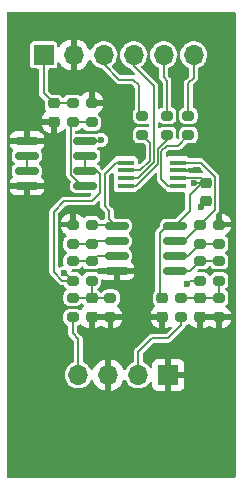
<source format=gbr>
%TF.GenerationSoftware,KiCad,Pcbnew,7.0.10-7.0.10~ubuntu22.04.1*%
%TF.CreationDate,2024-01-27T22:34:06+01:00*%
%TF.ProjectId,pmod_adc12,706d6f64-5f61-4646-9331-322e6b696361,rev?*%
%TF.SameCoordinates,Original*%
%TF.FileFunction,Copper,L1,Top*%
%TF.FilePolarity,Positive*%
%FSLAX46Y46*%
G04 Gerber Fmt 4.6, Leading zero omitted, Abs format (unit mm)*
G04 Created by KiCad (PCBNEW 7.0.10-7.0.10~ubuntu22.04.1) date 2024-01-27 22:34:06*
%MOMM*%
%LPD*%
G01*
G04 APERTURE LIST*
G04 Aperture macros list*
%AMRoundRect*
0 Rectangle with rounded corners*
0 $1 Rounding radius*
0 $2 $3 $4 $5 $6 $7 $8 $9 X,Y pos of 4 corners*
0 Add a 4 corners polygon primitive as box body*
4,1,4,$2,$3,$4,$5,$6,$7,$8,$9,$2,$3,0*
0 Add four circle primitives for the rounded corners*
1,1,$1+$1,$2,$3*
1,1,$1+$1,$4,$5*
1,1,$1+$1,$6,$7*
1,1,$1+$1,$8,$9*
0 Add four rect primitives between the rounded corners*
20,1,$1+$1,$2,$3,$4,$5,0*
20,1,$1+$1,$4,$5,$6,$7,0*
20,1,$1+$1,$6,$7,$8,$9,0*
20,1,$1+$1,$8,$9,$2,$3,0*%
G04 Aperture macros list end*
%TA.AperFunction,SMDPad,CuDef*%
%ADD10R,1.450000X0.450000*%
%TD*%
%TA.AperFunction,SMDPad,CuDef*%
%ADD11RoundRect,0.150000X-0.825000X-0.150000X0.825000X-0.150000X0.825000X0.150000X-0.825000X0.150000X0*%
%TD*%
%TA.AperFunction,SMDPad,CuDef*%
%ADD12RoundRect,0.200000X0.275000X-0.200000X0.275000X0.200000X-0.275000X0.200000X-0.275000X-0.200000X0*%
%TD*%
%TA.AperFunction,SMDPad,CuDef*%
%ADD13RoundRect,0.200000X-0.275000X0.200000X-0.275000X-0.200000X0.275000X-0.200000X0.275000X0.200000X0*%
%TD*%
%TA.AperFunction,ComponentPad*%
%ADD14R,1.700000X1.700000*%
%TD*%
%TA.AperFunction,ComponentPad*%
%ADD15O,1.700000X1.700000*%
%TD*%
%TA.AperFunction,SMDPad,CuDef*%
%ADD16RoundRect,0.225000X-0.250000X0.225000X-0.250000X-0.225000X0.250000X-0.225000X0.250000X0.225000X0*%
%TD*%
%TA.AperFunction,SMDPad,CuDef*%
%ADD17RoundRect,0.225000X0.250000X-0.225000X0.250000X0.225000X-0.250000X0.225000X-0.250000X-0.225000X0*%
%TD*%
%TA.AperFunction,ViaPad*%
%ADD18C,0.600000*%
%TD*%
%TA.AperFunction,Conductor*%
%ADD19C,0.127000*%
%TD*%
%TA.AperFunction,Conductor*%
%ADD20C,0.200000*%
%TD*%
G04 APERTURE END LIST*
D10*
%TO.P,U1,1,~{CS}*%
%TO.N,Net-(U1-~{CS})*%
X114800000Y-54975000D03*
%TO.P,U1,2,VA*%
%TO.N,+3V3*%
X114800000Y-54325000D03*
%TO.P,U1,3,GND*%
%TO.N,GND*%
X114800000Y-53675000D03*
%TO.P,U1,4,IN2*%
%TO.N,Net-(U1-IN2)*%
X114800000Y-53025000D03*
%TO.P,U1,5,IN1*%
%TO.N,Net-(U1-IN1)*%
X110400000Y-53025000D03*
%TO.P,U1,6,DIN*%
%TO.N,Net-(U1-DIN)*%
X110400000Y-53675000D03*
%TO.P,U1,7,DOUT*%
%TO.N,DOUT*%
X110400000Y-54325000D03*
%TO.P,U1,8,SCLK*%
%TO.N,Net-(U1-SCLK)*%
X110400000Y-54975000D03*
%TD*%
D11*
%TO.P,U3,8,V+*%
%TO.N,+3V3*%
X106975000Y-51195000D03*
%TO.P,U3,7*%
%TO.N,1v65*%
X106975000Y-52465000D03*
%TO.P,U3,6,-*%
X106975000Y-53735000D03*
%TO.P,U3,5,+*%
%TO.N,Net-(U3B-+)*%
X106975000Y-55005000D03*
%TO.P,U3,4,V-*%
%TO.N,GND*%
X102025000Y-55005000D03*
%TO.P,U3,3,+*%
%TO.N,Net-(U3A-+)*%
X102025000Y-53735000D03*
%TO.P,U3,2,-*%
X102025000Y-52465000D03*
%TO.P,U3,1*%
%TO.N,GND*%
X102025000Y-51195000D03*
%TD*%
%TO.P,U2,1*%
%TO.N,Net-(U1-IN1)*%
X109625000Y-58395000D03*
%TO.P,U2,2,-*%
%TO.N,Net-(U2A--)*%
X109625000Y-59665000D03*
%TO.P,U2,3,+*%
%TO.N,Net-(U2A-+)*%
X109625000Y-60935000D03*
%TO.P,U2,4,V-*%
%TO.N,GND*%
X109625000Y-62205000D03*
%TO.P,U2,5,+*%
%TO.N,Net-(U2B-+)*%
X114575000Y-62205000D03*
%TO.P,U2,6,-*%
%TO.N,Net-(U2B--)*%
X114575000Y-60935000D03*
%TO.P,U2,7*%
%TO.N,Net-(U1-IN2)*%
X114575000Y-59665000D03*
%TO.P,U2,8,V+*%
%TO.N,+3V3*%
X114575000Y-58395000D03*
%TD*%
D12*
%TO.P,R17,2*%
%TO.N,GND*%
X107500000Y-47975000D03*
%TO.P,R17,1*%
%TO.N,Net-(U3B-+)*%
X107500000Y-49625000D03*
%TD*%
D13*
%TO.P,R16,1*%
%TO.N,+3V3*%
X105900000Y-47975000D03*
%TO.P,R16,2*%
%TO.N,Net-(U3B-+)*%
X105900000Y-49625000D03*
%TD*%
D12*
%TO.P,R15,1*%
%TO.N,ADC_IN1*%
X115100000Y-66125000D03*
%TO.P,R15,2*%
%TO.N,Net-(C3-Pad2)*%
X115100000Y-64475000D03*
%TD*%
%TO.P,R14,1*%
%TO.N,GND*%
X118300000Y-66125000D03*
%TO.P,R14,2*%
%TO.N,Net-(C3-Pad2)*%
X118300000Y-64475000D03*
%TD*%
D13*
%TO.P,R13,1*%
%TO.N,GND*%
X118300000Y-58275000D03*
%TO.P,R13,2*%
%TO.N,Net-(U2B--)*%
X118300000Y-59925000D03*
%TD*%
D12*
%TO.P,R12,1*%
%TO.N,Net-(C3-Pad2)*%
X118300000Y-63025000D03*
%TO.P,R12,2*%
%TO.N,Net-(U2B-+)*%
X118300000Y-61375000D03*
%TD*%
%TO.P,R11,1*%
%TO.N,1v65*%
X116700000Y-63025000D03*
%TO.P,R11,2*%
%TO.N,Net-(U2B-+)*%
X116700000Y-61375000D03*
%TD*%
%TO.P,R10,1*%
%TO.N,Net-(U2B--)*%
X116700000Y-59925000D03*
%TO.P,R10,2*%
%TO.N,Net-(U1-IN2)*%
X116700000Y-58275000D03*
%TD*%
%TO.P,R9,1*%
%TO.N,Net-(U2A--)*%
X107500000Y-59925000D03*
%TO.P,R9,2*%
%TO.N,Net-(U1-IN1)*%
X107500000Y-58275000D03*
%TD*%
D13*
%TO.P,R8,1*%
%TO.N,GND*%
X105900000Y-58275000D03*
%TO.P,R8,2*%
%TO.N,Net-(U2A--)*%
X105900000Y-59925000D03*
%TD*%
D12*
%TO.P,R7,1*%
%TO.N,1v65*%
X105900000Y-63025000D03*
%TO.P,R7,2*%
%TO.N,Net-(U2A-+)*%
X105900000Y-61375000D03*
%TD*%
%TO.P,R6,1*%
%TO.N,Net-(C2-Pad2)*%
X107500000Y-63025000D03*
%TO.P,R6,2*%
%TO.N,Net-(U2A-+)*%
X107500000Y-61375000D03*
%TD*%
%TO.P,R5,1*%
%TO.N,ADC_IN0*%
X105900000Y-66125000D03*
%TO.P,R5,2*%
%TO.N,Net-(C2-Pad2)*%
X105900000Y-64475000D03*
%TD*%
%TO.P,R4,1*%
%TO.N,GND*%
X109100000Y-66125000D03*
%TO.P,R4,2*%
%TO.N,Net-(C2-Pad2)*%
X109100000Y-64475000D03*
%TD*%
D13*
%TO.P,R3,1*%
%TO.N,SCLK*%
X113900000Y-49050000D03*
%TO.P,R3,2*%
%TO.N,Net-(U1-SCLK)*%
X113900000Y-50700000D03*
%TD*%
%TO.P,R2,1*%
%TO.N,DIN*%
X111800000Y-49050000D03*
%TO.P,R2,2*%
%TO.N,Net-(U1-DIN)*%
X111800000Y-50700000D03*
%TD*%
%TO.P,R1,1*%
%TO.N,CS*%
X115700000Y-49050000D03*
%TO.P,R1,2*%
%TO.N,Net-(U1-~{CS})*%
X115700000Y-50700000D03*
%TD*%
D14*
%TO.P,J2,1,Pin_1*%
%TO.N,GND*%
X114000000Y-71000000D03*
D15*
%TO.P,J2,2,Pin_2*%
%TO.N,ADC_IN1*%
X111460000Y-71000000D03*
%TO.P,J2,3,Pin_3*%
%TO.N,GND*%
X108920000Y-71000000D03*
%TO.P,J2,4,Pin_4*%
%TO.N,ADC_IN0*%
X106380000Y-71000000D03*
%TD*%
D14*
%TO.P,J1,1,Pin_1*%
%TO.N,+3V3*%
X103440000Y-43900000D03*
D15*
%TO.P,J1,2,Pin_2*%
%TO.N,GND*%
X105980000Y-43900000D03*
%TO.P,J1,3,Pin_3*%
%TO.N,DIN*%
X108520000Y-43900000D03*
%TO.P,J1,4,Pin_4*%
%TO.N,DOUT*%
X111060000Y-43900000D03*
%TO.P,J1,5,Pin_5*%
%TO.N,SCLK*%
X113600000Y-43900000D03*
%TO.P,J1,6,Pin_6*%
%TO.N,CS*%
X116140000Y-43900000D03*
%TD*%
D16*
%TO.P,C5,1*%
%TO.N,+3V3*%
X104300000Y-48025000D03*
%TO.P,C5,2*%
%TO.N,GND*%
X104300000Y-49575000D03*
%TD*%
%TO.P,C4,2*%
%TO.N,GND*%
X113500000Y-66075000D03*
%TO.P,C4,1*%
%TO.N,+3V3*%
X113500000Y-64525000D03*
%TD*%
D17*
%TO.P,C3,1*%
%TO.N,GND*%
X116700000Y-66075000D03*
%TO.P,C3,2*%
%TO.N,Net-(C3-Pad2)*%
X116700000Y-64525000D03*
%TD*%
%TO.P,C2,1*%
%TO.N,GND*%
X107500000Y-66075000D03*
%TO.P,C2,2*%
%TO.N,Net-(C2-Pad2)*%
X107500000Y-64525000D03*
%TD*%
D16*
%TO.P,C1,1*%
%TO.N,+3V3*%
X117200000Y-54725000D03*
%TO.P,C1,2*%
%TO.N,GND*%
X117200000Y-56275000D03*
%TD*%
D18*
%TO.N,GND*%
X105500000Y-57000000D03*
X106600000Y-57000000D03*
X107600000Y-57000000D03*
%TO.N,1v65*%
X105200000Y-62400000D03*
X115600000Y-63300000D03*
%TO.N,+3V3*%
X116200000Y-54800000D03*
%TO.N,GND*%
X116500000Y-53700000D03*
X116800000Y-56800000D03*
X110000000Y-56100000D03*
%TO.N,+3V3*%
X108300000Y-51100000D03*
X105900000Y-47975000D03*
%TD*%
D19*
%TO.N,1v65*%
X105200000Y-62400000D02*
X105275000Y-62400000D01*
X105275000Y-62400000D02*
X105900000Y-63025000D01*
X115875000Y-63025000D02*
X115600000Y-63300000D01*
X116700000Y-63025000D02*
X115875000Y-63025000D01*
%TO.N,Net-(U3A-+)*%
X102025000Y-52465000D02*
X102025000Y-53735000D01*
D20*
%TO.N,+3V3*%
X117200000Y-54725000D02*
X116275000Y-54725000D01*
X116275000Y-54725000D02*
X116200000Y-54800000D01*
D19*
%TO.N,GND*%
X116500000Y-53700000D02*
X116375000Y-53675000D01*
%TO.N,1v65*%
X106975000Y-53735000D02*
X107949999Y-53735000D01*
X107500000Y-56300000D02*
X105200000Y-56300000D01*
X107949999Y-53735000D02*
X108213500Y-53998501D01*
X108213500Y-53998501D02*
X108213500Y-55586500D01*
X108213500Y-55586500D02*
X107500000Y-56300000D01*
X105200000Y-56300000D02*
X104300000Y-57200000D01*
X104300000Y-57200000D02*
X104300000Y-62300000D01*
X104300000Y-62300000D02*
X105025000Y-63025000D01*
X105025000Y-63025000D02*
X105900000Y-63025000D01*
%TO.N,Net-(U1-IN1)*%
X110400000Y-53025000D02*
X109573000Y-53025000D01*
X109573000Y-53025000D02*
X108600000Y-53998000D01*
X108600000Y-53998000D02*
X108600000Y-56700000D01*
X108600000Y-56700000D02*
X109000000Y-57100000D01*
X109000000Y-57100000D02*
X109000000Y-57770000D01*
X109000000Y-57770000D02*
X109625000Y-58395000D01*
D20*
%TO.N,+3V3*%
X115800000Y-57170000D02*
X115800000Y-55800000D01*
X114575000Y-58395000D02*
X115800000Y-57170000D01*
X116875000Y-54725000D02*
X117200000Y-54725000D01*
X115800000Y-55800000D02*
X116875000Y-54725000D01*
D19*
%TO.N,Net-(U1-IN2)*%
X116700000Y-58275000D02*
X117938500Y-57036500D01*
X117938500Y-57036500D02*
X117938500Y-54238500D01*
X117938500Y-54238500D02*
X116725000Y-53025000D01*
X116725000Y-53025000D02*
X114800000Y-53025000D01*
D20*
%TO.N,+3V3*%
X113500000Y-64525000D02*
X113300000Y-64325000D01*
X113300000Y-64325000D02*
X113300000Y-59000000D01*
X113905000Y-58395000D02*
X114575000Y-58395000D01*
X113300000Y-59000000D02*
X113905000Y-58395000D01*
D19*
%TO.N,ADC_IN1*%
X111460000Y-71000000D02*
X111460000Y-69040000D01*
X111460000Y-69040000D02*
X112600000Y-67900000D01*
X112600000Y-67900000D02*
X114000000Y-67900000D01*
X114000000Y-67900000D02*
X115100000Y-66800000D01*
X115100000Y-66800000D02*
X115100000Y-66125000D01*
%TO.N,ADC_IN0*%
X106380000Y-71000000D02*
X106380000Y-67980000D01*
X106380000Y-67980000D02*
X105900000Y-67500000D01*
X105900000Y-67500000D02*
X105900000Y-66125000D01*
%TO.N,Net-(C2-Pad2)*%
X107500000Y-63025000D02*
X107500000Y-64525000D01*
X107500000Y-64525000D02*
X109050000Y-64525000D01*
X109050000Y-64525000D02*
X109100000Y-64475000D01*
X105900000Y-64475000D02*
X107450000Y-64475000D01*
X107450000Y-64475000D02*
X107500000Y-64525000D01*
%TO.N,Net-(C3-Pad2)*%
X118300000Y-64475000D02*
X116750000Y-64475000D01*
X116750000Y-64475000D02*
X116700000Y-64525000D01*
X116700000Y-64525000D02*
X115150000Y-64525000D01*
X115150000Y-64525000D02*
X115100000Y-64475000D01*
X118300000Y-63025000D02*
X118300000Y-64475000D01*
%TO.N,Net-(U2B-+)*%
X114575000Y-62205000D02*
X115870000Y-62205000D01*
X115870000Y-62205000D02*
X116700000Y-61375000D01*
X118300000Y-61375000D02*
X116700000Y-61375000D01*
%TO.N,Net-(U2B--)*%
X118300000Y-59925000D02*
X116700000Y-59925000D01*
X114575000Y-60935000D02*
X115690000Y-60935000D01*
X115690000Y-60935000D02*
X116700000Y-59925000D01*
%TO.N,Net-(U1-IN2)*%
X116700000Y-58275000D02*
X115310000Y-59665000D01*
X115310000Y-59665000D02*
X114575000Y-59665000D01*
%TO.N,Net-(U1-IN1)*%
X107500000Y-58275000D02*
X109505000Y-58275000D01*
X109505000Y-58275000D02*
X109625000Y-58395000D01*
%TO.N,Net-(U2A--)*%
X105900000Y-59925000D02*
X107500000Y-59925000D01*
X109625000Y-59665000D02*
X107760000Y-59665000D01*
X107760000Y-59665000D02*
X107500000Y-59925000D01*
%TO.N,Net-(U2A-+)*%
X105900000Y-61375000D02*
X107500000Y-61375000D01*
X109625000Y-60935000D02*
X107940000Y-60935000D01*
X107940000Y-60935000D02*
X107500000Y-61375000D01*
D20*
%TO.N,+3V3*%
X108205000Y-51195000D02*
X108300000Y-51100000D01*
X106975000Y-51195000D02*
X108205000Y-51195000D01*
D19*
%TO.N,Net-(U3B-+)*%
X105900000Y-49625000D02*
X105736500Y-49788500D01*
X105736500Y-49788500D02*
X105736500Y-54060434D01*
X105736500Y-54060434D02*
X106681066Y-55005000D01*
X106681066Y-55005000D02*
X106975000Y-55005000D01*
%TO.N,1v65*%
X106975000Y-53735000D02*
X106975000Y-52465000D01*
%TO.N,Net-(U3B-+)*%
X105900000Y-49625000D02*
X107500000Y-49625000D01*
D20*
%TO.N,+3V3*%
X105900000Y-47975000D02*
X104350000Y-47975000D01*
X104350000Y-47975000D02*
X104300000Y-48025000D01*
X103440000Y-43900000D02*
X103440000Y-47165000D01*
X103440000Y-47165000D02*
X104300000Y-48025000D01*
D19*
%TO.N,DIN*%
X111500000Y-49050000D02*
X111500000Y-46500000D01*
X111500000Y-46500000D02*
X111000000Y-46000000D01*
X111000000Y-46000000D02*
X109800000Y-46000000D01*
X109800000Y-46000000D02*
X108520000Y-44720000D01*
X108520000Y-44720000D02*
X108520000Y-43900000D01*
%TO.N,DOUT*%
X110400000Y-54325000D02*
X111439552Y-54325000D01*
X111439552Y-54325000D02*
X112760000Y-53004552D01*
X112760000Y-53004552D02*
X112760000Y-46560000D01*
X112760000Y-46560000D02*
X111060000Y-44860000D01*
X111060000Y-44860000D02*
X111060000Y-43900000D01*
%TO.N,SCLK*%
X113900000Y-49050000D02*
X113900000Y-46100000D01*
X113900000Y-46100000D02*
X113600000Y-45800000D01*
X113600000Y-45800000D02*
X113600000Y-43900000D01*
%TO.N,CS*%
X115700000Y-49050000D02*
X115700000Y-46300000D01*
X115700000Y-46300000D02*
X116140000Y-45860000D01*
X116140000Y-45860000D02*
X116140000Y-43900000D01*
D20*
%TO.N,+3V3*%
X114800000Y-54325000D02*
X116800000Y-54325000D01*
X116800000Y-54325000D02*
X117200000Y-54725000D01*
D19*
%TO.N,GND*%
X114800000Y-53675000D02*
X116375000Y-53675000D01*
X116400000Y-53700000D02*
X116500000Y-53700000D01*
%TO.N,Net-(U1-~{CS})*%
X114800000Y-54975000D02*
X113948000Y-54975000D01*
X113948000Y-54975000D02*
X113414000Y-54441000D01*
X113414000Y-54441000D02*
X113414000Y-52048448D01*
X113414000Y-52048448D02*
X113862448Y-51600000D01*
X113862448Y-51600000D02*
X114800000Y-51600000D01*
X114800000Y-51600000D02*
X115700000Y-50700000D01*
%TO.N,Net-(U1-SCLK)*%
X110400000Y-54975000D02*
X111252000Y-54975000D01*
X113087000Y-53140000D02*
X113087000Y-51913000D01*
X111252000Y-54975000D02*
X113087000Y-53140000D01*
X113087000Y-51913000D02*
X113900000Y-51100000D01*
X113900000Y-51100000D02*
X113900000Y-50700000D01*
%TO.N,Net-(U1-DIN)*%
X111800000Y-50700000D02*
X112433000Y-51333000D01*
X112433000Y-51333000D02*
X112433000Y-52869104D01*
X112433000Y-52869104D02*
X111627104Y-53675000D01*
X111627104Y-53675000D02*
X110400000Y-53675000D01*
%TD*%
%TA.AperFunction,Conductor*%
%TO.N,GND*%
G36*
X112969334Y-53874952D02*
G01*
X113025267Y-53916824D01*
X113049684Y-53982288D01*
X113050000Y-53991134D01*
X113050000Y-54390392D01*
X113047361Y-54415838D01*
X113045282Y-54425749D01*
X113049048Y-54455954D01*
X113049968Y-54470788D01*
X113049999Y-54471157D01*
X113053304Y-54490968D01*
X113054041Y-54496031D01*
X113060307Y-54546297D01*
X113062483Y-54553605D01*
X113064962Y-54560827D01*
X113089086Y-54605404D01*
X113091432Y-54609961D01*
X113113662Y-54655435D01*
X113118116Y-54661672D01*
X113122778Y-54667662D01*
X113160066Y-54701988D01*
X113163764Y-54705537D01*
X113654824Y-55196597D01*
X113670951Y-55216456D01*
X113676490Y-55224934D01*
X113676494Y-55224939D01*
X113700513Y-55243634D01*
X113711644Y-55253464D01*
X113711933Y-55253709D01*
X113711939Y-55253713D01*
X113711941Y-55253715D01*
X113728313Y-55265405D01*
X113732373Y-55268432D01*
X113772360Y-55299555D01*
X113772362Y-55299555D01*
X113775296Y-55301839D01*
X113812568Y-55349606D01*
X113822793Y-55372764D01*
X113822794Y-55372765D01*
X113902235Y-55452206D01*
X114005009Y-55497585D01*
X114030135Y-55500500D01*
X115300762Y-55500499D01*
X115367801Y-55520184D01*
X115413556Y-55572987D01*
X115423500Y-55642146D01*
X115416241Y-55665051D01*
X115417369Y-55665418D01*
X115414354Y-55674694D01*
X115410887Y-55696582D01*
X115406347Y-55715491D01*
X115399500Y-55736567D01*
X115399500Y-56952745D01*
X115379815Y-57019784D01*
X115363181Y-57040426D01*
X114645426Y-57758181D01*
X114584103Y-57791666D01*
X114557745Y-57794500D01*
X113695730Y-57794500D01*
X113665300Y-57797353D01*
X113665298Y-57797353D01*
X113537119Y-57842206D01*
X113537117Y-57842207D01*
X113427850Y-57922850D01*
X113347207Y-58032117D01*
X113347206Y-58032119D01*
X113302353Y-58160298D01*
X113302353Y-58160300D01*
X113299500Y-58190730D01*
X113299500Y-58382745D01*
X113279815Y-58449784D01*
X113263181Y-58470426D01*
X112994513Y-58739093D01*
X112994513Y-58739094D01*
X112983231Y-58750376D01*
X112971948Y-58761659D01*
X112971948Y-58761660D01*
X112961891Y-58781397D01*
X112951731Y-58797977D01*
X112938706Y-58815905D01*
X112938703Y-58815910D01*
X112931854Y-58836988D01*
X112924413Y-58854952D01*
X112914354Y-58874695D01*
X112910887Y-58896582D01*
X112906347Y-58915491D01*
X112899500Y-58936567D01*
X112899500Y-63850812D01*
X112879815Y-63917851D01*
X112874303Y-63925738D01*
X112787636Y-64040023D01*
X112734640Y-64174411D01*
X112729065Y-64220841D01*
X112724500Y-64258856D01*
X112724500Y-64791144D01*
X112729825Y-64835494D01*
X112734640Y-64875588D01*
X112787636Y-65009976D01*
X112846390Y-65087454D01*
X112871213Y-65152765D01*
X112856785Y-65221129D01*
X112812688Y-65267914D01*
X112797273Y-65277422D01*
X112797267Y-65277427D01*
X112677427Y-65397267D01*
X112677424Y-65397271D01*
X112588457Y-65541507D01*
X112588452Y-65541518D01*
X112535144Y-65702393D01*
X112525000Y-65801677D01*
X112525000Y-65825000D01*
X113626000Y-65825000D01*
X113693039Y-65844685D01*
X113738794Y-65897489D01*
X113750000Y-65949000D01*
X113750000Y-67024999D01*
X113798308Y-67024999D01*
X113798322Y-67024998D01*
X113897607Y-67014855D01*
X114058481Y-66961547D01*
X114058487Y-66961544D01*
X114108582Y-66930645D01*
X114175974Y-66912204D01*
X114242638Y-66933125D01*
X114287408Y-66986767D01*
X114296070Y-67056097D01*
X114265875Y-67119105D01*
X114261361Y-67123864D01*
X113885545Y-67499681D01*
X113824222Y-67533166D01*
X113797864Y-67536000D01*
X112650606Y-67536000D01*
X112625162Y-67533361D01*
X112615251Y-67531283D01*
X112615248Y-67531283D01*
X112585045Y-67535048D01*
X112570220Y-67535968D01*
X112569845Y-67535999D01*
X112569839Y-67536000D01*
X112569838Y-67536000D01*
X112550030Y-67539304D01*
X112544971Y-67540041D01*
X112494704Y-67546307D01*
X112487359Y-67548494D01*
X112480176Y-67550960D01*
X112435627Y-67575069D01*
X112431073Y-67577414D01*
X112385560Y-67599664D01*
X112379342Y-67604103D01*
X112373338Y-67608777D01*
X112339021Y-67646054D01*
X112335474Y-67649750D01*
X111238396Y-68746828D01*
X111218544Y-68762951D01*
X111210059Y-68768494D01*
X111191354Y-68792525D01*
X111181546Y-68803632D01*
X111181283Y-68803943D01*
X111169622Y-68820274D01*
X111166566Y-68824372D01*
X111135443Y-68864360D01*
X111131820Y-68871054D01*
X111128464Y-68877919D01*
X111114012Y-68926461D01*
X111112450Y-68931335D01*
X111095999Y-68979258D01*
X111094749Y-68986749D01*
X111093800Y-68994356D01*
X111095894Y-69044958D01*
X111096000Y-69050083D01*
X111096000Y-69822254D01*
X111076315Y-69889293D01*
X111023511Y-69935048D01*
X111016795Y-69937880D01*
X110944987Y-69965698D01*
X110944979Y-69965702D01*
X110763699Y-70077947D01*
X110606127Y-70221593D01*
X110477634Y-70391744D01*
X110410676Y-70526215D01*
X110363173Y-70577452D01*
X110295510Y-70594873D01*
X110229170Y-70572947D01*
X110187294Y-70523348D01*
X110093600Y-70322422D01*
X110093599Y-70322420D01*
X109958113Y-70128926D01*
X109958108Y-70128920D01*
X109791082Y-69961894D01*
X109597578Y-69826399D01*
X109383492Y-69726570D01*
X109383486Y-69726567D01*
X109170000Y-69669364D01*
X109170000Y-70564498D01*
X109062315Y-70515320D01*
X108955763Y-70500000D01*
X108884237Y-70500000D01*
X108777685Y-70515320D01*
X108670000Y-70564498D01*
X108670000Y-69669364D01*
X108669999Y-69669364D01*
X108456513Y-69726567D01*
X108456507Y-69726570D01*
X108242422Y-69826399D01*
X108242420Y-69826400D01*
X108048926Y-69961886D01*
X108048920Y-69961891D01*
X107881891Y-70128920D01*
X107881886Y-70128926D01*
X107746400Y-70322420D01*
X107746399Y-70322422D01*
X107652705Y-70523348D01*
X107606532Y-70575787D01*
X107539339Y-70594939D01*
X107472457Y-70574723D01*
X107429323Y-70526215D01*
X107362366Y-70391745D01*
X107233872Y-70221593D01*
X107076302Y-70077948D01*
X107019257Y-70042627D01*
X106895020Y-69965702D01*
X106895012Y-69965698D01*
X106823205Y-69937880D01*
X106767804Y-69895307D01*
X106744214Y-69829540D01*
X106744000Y-69822254D01*
X106744000Y-68030612D01*
X106746639Y-68005167D01*
X106747029Y-68003306D01*
X106748718Y-67995251D01*
X106744952Y-67965036D01*
X106744034Y-67950261D01*
X106743999Y-67949831D01*
X106740697Y-67930051D01*
X106739956Y-67924966D01*
X106733692Y-67874705D01*
X106733692Y-67874702D01*
X106733689Y-67874697D01*
X106731513Y-67867385D01*
X106729038Y-67860176D01*
X106729038Y-67860175D01*
X106704925Y-67815620D01*
X106702583Y-67811069D01*
X106680338Y-67765564D01*
X106680336Y-67765562D01*
X106675912Y-67759365D01*
X106671215Y-67753330D01*
X106633945Y-67719021D01*
X106630246Y-67715472D01*
X106300319Y-67385545D01*
X106266834Y-67324222D01*
X106264000Y-67297864D01*
X106264000Y-66912079D01*
X106283685Y-66845040D01*
X106336489Y-66799285D01*
X106344641Y-66795907D01*
X106417331Y-66768796D01*
X106493425Y-66711831D01*
X106558888Y-66687414D01*
X106627161Y-66702265D01*
X106673272Y-66745997D01*
X106677424Y-66752729D01*
X106797267Y-66872572D01*
X106797271Y-66872575D01*
X106941507Y-66961542D01*
X106941518Y-66961547D01*
X107102393Y-67014855D01*
X107201683Y-67024999D01*
X107249999Y-67024998D01*
X107250000Y-67024998D01*
X107250000Y-66325000D01*
X107750000Y-66325000D01*
X107750000Y-67024999D01*
X107798308Y-67024999D01*
X107798322Y-67024998D01*
X107897607Y-67014855D01*
X108058481Y-66961547D01*
X108058492Y-66961542D01*
X108202728Y-66872575D01*
X108202729Y-66872575D01*
X108204990Y-66870314D01*
X108206925Y-66869256D01*
X108208395Y-66868095D01*
X108208593Y-66868346D01*
X108266311Y-66836825D01*
X108336003Y-66841804D01*
X108380358Y-66870308D01*
X108390122Y-66880072D01*
X108535604Y-66968019D01*
X108535603Y-66968019D01*
X108697894Y-67018590D01*
X108697892Y-67018590D01*
X108768418Y-67024999D01*
X108849999Y-67024998D01*
X108850000Y-67024998D01*
X108850000Y-66375000D01*
X109350000Y-66375000D01*
X109350000Y-67024999D01*
X109431581Y-67024999D01*
X109502102Y-67018591D01*
X109502107Y-67018590D01*
X109664396Y-66968018D01*
X109809877Y-66880072D01*
X109930072Y-66759877D01*
X110018019Y-66614395D01*
X110068590Y-66452106D01*
X110075000Y-66381572D01*
X110075000Y-66375000D01*
X109350000Y-66375000D01*
X108850000Y-66375000D01*
X108183362Y-66375000D01*
X108116323Y-66355315D01*
X108095681Y-66338681D01*
X108082000Y-66325000D01*
X112525001Y-66325000D01*
X112525001Y-66348322D01*
X112535144Y-66447607D01*
X112588452Y-66608481D01*
X112588457Y-66608492D01*
X112677424Y-66752728D01*
X112677427Y-66752732D01*
X112797267Y-66872572D01*
X112797271Y-66872575D01*
X112941507Y-66961542D01*
X112941518Y-66961547D01*
X113102393Y-67014855D01*
X113201683Y-67024999D01*
X113249999Y-67024998D01*
X113250000Y-67024998D01*
X113250000Y-66325000D01*
X112525001Y-66325000D01*
X108082000Y-66325000D01*
X107750000Y-66325000D01*
X107250000Y-66325000D01*
X107250000Y-65949000D01*
X107269685Y-65881961D01*
X107322489Y-65836206D01*
X107374000Y-65825000D01*
X108416638Y-65825000D01*
X108483677Y-65844685D01*
X108504319Y-65861319D01*
X108518000Y-65875000D01*
X110074999Y-65875000D01*
X110074999Y-65868417D01*
X110068591Y-65797897D01*
X110068590Y-65797892D01*
X110018018Y-65635603D01*
X109930072Y-65490122D01*
X109809877Y-65369927D01*
X109675165Y-65288491D01*
X109627978Y-65236963D01*
X109616139Y-65168104D01*
X109643408Y-65103775D01*
X109664999Y-65083111D01*
X109732546Y-65032546D01*
X109818796Y-64917331D01*
X109869091Y-64782483D01*
X109875500Y-64722873D01*
X109875499Y-64227128D01*
X109869091Y-64167517D01*
X109866660Y-64161000D01*
X109818797Y-64032671D01*
X109818793Y-64032664D01*
X109732547Y-63917455D01*
X109732544Y-63917452D01*
X109617335Y-63831206D01*
X109617328Y-63831202D01*
X109482486Y-63780910D01*
X109482485Y-63780909D01*
X109482483Y-63780909D01*
X109422873Y-63774500D01*
X109422863Y-63774500D01*
X108777129Y-63774500D01*
X108777123Y-63774501D01*
X108717516Y-63780908D01*
X108582671Y-63831202D01*
X108582664Y-63831206D01*
X108467455Y-63917452D01*
X108393184Y-64016664D01*
X108337250Y-64058535D01*
X108267558Y-64063518D01*
X108206235Y-64030032D01*
X108195114Y-64017278D01*
X108194648Y-64016664D01*
X108125078Y-63924922D01*
X108125076Y-63924919D01*
X108032721Y-63854884D01*
X107991198Y-63798692D01*
X107986647Y-63728971D01*
X108020512Y-63667857D01*
X108033330Y-63656818D01*
X108132546Y-63582546D01*
X108218796Y-63467331D01*
X108269091Y-63332483D01*
X108275500Y-63272873D01*
X108275499Y-63017366D01*
X108295183Y-62950329D01*
X108347987Y-62904574D01*
X108417146Y-62894630D01*
X108462621Y-62910636D01*
X108539806Y-62956284D01*
X108697504Y-63002099D01*
X108697510Y-63002100D01*
X108734350Y-63004999D01*
X108734366Y-63005000D01*
X109375000Y-63005000D01*
X109375000Y-62455000D01*
X109875000Y-62455000D01*
X109875000Y-63005000D01*
X110515634Y-63005000D01*
X110515649Y-63004999D01*
X110552489Y-63002100D01*
X110552495Y-63002099D01*
X110710193Y-62956283D01*
X110710196Y-62956282D01*
X110851552Y-62872685D01*
X110851561Y-62872678D01*
X110967678Y-62756561D01*
X110967685Y-62756552D01*
X111051281Y-62615198D01*
X111097100Y-62457486D01*
X111097295Y-62455001D01*
X111097295Y-62455000D01*
X109875000Y-62455000D01*
X109375000Y-62455000D01*
X108157181Y-62455000D01*
X108090142Y-62435315D01*
X108082870Y-62430266D01*
X108017335Y-62381206D01*
X108017328Y-62381202D01*
X107882486Y-62330910D01*
X107882485Y-62330909D01*
X107882483Y-62330909D01*
X107822873Y-62324500D01*
X107822863Y-62324500D01*
X107177129Y-62324500D01*
X107177123Y-62324501D01*
X107117516Y-62330908D01*
X106982671Y-62381202D01*
X106982664Y-62381206D01*
X106867455Y-62467452D01*
X106867452Y-62467455D01*
X106799266Y-62558540D01*
X106743332Y-62600411D01*
X106673641Y-62605395D01*
X106612318Y-62571909D01*
X106600734Y-62558540D01*
X106532547Y-62467455D01*
X106532544Y-62467452D01*
X106417335Y-62381206D01*
X106417328Y-62381202D01*
X106282482Y-62330908D01*
X106282483Y-62330908D01*
X106222883Y-62324501D01*
X106222881Y-62324500D01*
X106222873Y-62324500D01*
X106222865Y-62324500D01*
X105901558Y-62324500D01*
X105834519Y-62304815D01*
X105788764Y-62252011D01*
X105787012Y-62247989D01*
X105786597Y-62246988D01*
X105779106Y-62177521D01*
X105810361Y-62115032D01*
X105870439Y-62079361D01*
X105901143Y-62075499D01*
X106222871Y-62075499D01*
X106222872Y-62075499D01*
X106282483Y-62069091D01*
X106417331Y-62018796D01*
X106532546Y-61932546D01*
X106600734Y-61841457D01*
X106656667Y-61799588D01*
X106726359Y-61794604D01*
X106787682Y-61828089D01*
X106799261Y-61841452D01*
X106867454Y-61932546D01*
X106897446Y-61954998D01*
X106982664Y-62018793D01*
X106982671Y-62018797D01*
X107027618Y-62035561D01*
X107117517Y-62069091D01*
X107177127Y-62075500D01*
X107822872Y-62075499D01*
X107882483Y-62069091D01*
X108017331Y-62018796D01*
X108017737Y-62018491D01*
X108069512Y-61979734D01*
X108134976Y-61955316D01*
X108143823Y-61955000D01*
X111097295Y-61955000D01*
X111097295Y-61954998D01*
X111097100Y-61952513D01*
X111051281Y-61794801D01*
X110967685Y-61653447D01*
X110967678Y-61653438D01*
X110851561Y-61537321D01*
X110851553Y-61537315D01*
X110847578Y-61534964D01*
X110799896Y-61483893D01*
X110787395Y-61415150D01*
X110810933Y-61354600D01*
X110852793Y-61297882D01*
X110877869Y-61226219D01*
X110897646Y-61169701D01*
X110897646Y-61169699D01*
X110900500Y-61139269D01*
X110900500Y-60730730D01*
X110897646Y-60700300D01*
X110897646Y-60700298D01*
X110852793Y-60572119D01*
X110852792Y-60572117D01*
X110772150Y-60462850D01*
X110729127Y-60431098D01*
X110686677Y-60399768D01*
X110644428Y-60344123D01*
X110638969Y-60274467D01*
X110672036Y-60212917D01*
X110686670Y-60200236D01*
X110772150Y-60137150D01*
X110852793Y-60027882D01*
X110875219Y-59963790D01*
X110897646Y-59899701D01*
X110897646Y-59899699D01*
X110900500Y-59869269D01*
X110900500Y-59460730D01*
X110897646Y-59430300D01*
X110897646Y-59430298D01*
X110852793Y-59302119D01*
X110852792Y-59302117D01*
X110780980Y-59204815D01*
X110772150Y-59192850D01*
X110686677Y-59129768D01*
X110644428Y-59074123D01*
X110638969Y-59004467D01*
X110672036Y-58942917D01*
X110686670Y-58930236D01*
X110772150Y-58867150D01*
X110852793Y-58757882D01*
X110875219Y-58693790D01*
X110897646Y-58629701D01*
X110897646Y-58629699D01*
X110900500Y-58599269D01*
X110900500Y-58190730D01*
X110897646Y-58160300D01*
X110897646Y-58160298D01*
X110852793Y-58032119D01*
X110852792Y-58032117D01*
X110849109Y-58027127D01*
X110772150Y-57922850D01*
X110662882Y-57842207D01*
X110662880Y-57842206D01*
X110534700Y-57797353D01*
X110504270Y-57794500D01*
X110504266Y-57794500D01*
X109590636Y-57794500D01*
X109523597Y-57774815D01*
X109502955Y-57758181D01*
X109400319Y-57655545D01*
X109366834Y-57594222D01*
X109364000Y-57567864D01*
X109364000Y-57150605D01*
X109366639Y-57125160D01*
X109368717Y-57115250D01*
X109364952Y-57085043D01*
X109364033Y-57070250D01*
X109364000Y-57069846D01*
X109364000Y-57069838D01*
X109360692Y-57050015D01*
X109359953Y-57044941D01*
X109356817Y-57019784D01*
X109353691Y-56994701D01*
X109353690Y-56994699D01*
X109351512Y-56987387D01*
X109349039Y-56980182D01*
X109349038Y-56980175D01*
X109324935Y-56935637D01*
X109322588Y-56931079D01*
X109320429Y-56926662D01*
X109300337Y-56885563D01*
X109300335Y-56885561D01*
X109300333Y-56885556D01*
X109295922Y-56879378D01*
X109291216Y-56873331D01*
X109253945Y-56839021D01*
X109250246Y-56835472D01*
X109000319Y-56585545D01*
X108966834Y-56524222D01*
X108964000Y-56497864D01*
X108964000Y-54200134D01*
X108983685Y-54133095D01*
X109000310Y-54112462D01*
X109164178Y-53948593D01*
X109225497Y-53915112D01*
X109295188Y-53920096D01*
X109351122Y-53961967D01*
X109375539Y-54027432D01*
X109375030Y-54050559D01*
X109374500Y-54055123D01*
X109374500Y-54594856D01*
X109374502Y-54594882D01*
X109378489Y-54629258D01*
X109376726Y-54629462D01*
X109376726Y-54670540D01*
X109378490Y-54670745D01*
X109374500Y-54705131D01*
X109374500Y-55244856D01*
X109374502Y-55244882D01*
X109377413Y-55269987D01*
X109377415Y-55269991D01*
X109422793Y-55372764D01*
X109422794Y-55372765D01*
X109502235Y-55452206D01*
X109605009Y-55497585D01*
X109630135Y-55500500D01*
X111169864Y-55500499D01*
X111169879Y-55500497D01*
X111169882Y-55500497D01*
X111194987Y-55497586D01*
X111194988Y-55497585D01*
X111194991Y-55497585D01*
X111297765Y-55452206D01*
X111377206Y-55372765D01*
X111389211Y-55345574D01*
X111434294Y-55292198D01*
X111448178Y-55284262D01*
X111466436Y-55275337D01*
X111466438Y-55275334D01*
X111472651Y-55270897D01*
X111478655Y-55266224D01*
X111478665Y-55266219D01*
X111513001Y-55228918D01*
X111516503Y-55225268D01*
X112838320Y-53903451D01*
X112899642Y-53869968D01*
X112969334Y-53874952D01*
G37*
%TD.AperFunction*%
%TA.AperFunction,Conductor*%
G36*
X108155334Y-56261952D02*
G01*
X108211267Y-56303824D01*
X108235684Y-56369288D01*
X108236000Y-56378134D01*
X108236000Y-56649392D01*
X108233361Y-56674838D01*
X108231282Y-56684749D01*
X108235048Y-56714954D01*
X108235968Y-56729788D01*
X108235999Y-56730157D01*
X108239304Y-56749968D01*
X108240041Y-56755031D01*
X108246307Y-56805297D01*
X108248483Y-56812605D01*
X108250962Y-56819827D01*
X108275086Y-56864404D01*
X108277432Y-56868961D01*
X108299662Y-56914435D01*
X108304116Y-56920672D01*
X108308778Y-56926662D01*
X108308780Y-56926664D01*
X108308781Y-56926665D01*
X108318527Y-56935637D01*
X108346067Y-56960989D01*
X108349765Y-56964538D01*
X108599681Y-57214454D01*
X108633166Y-57275777D01*
X108636000Y-57302135D01*
X108636000Y-57719392D01*
X108633361Y-57744838D01*
X108629174Y-57764807D01*
X108627187Y-57764390D01*
X108608957Y-57818147D01*
X108581140Y-57846618D01*
X108526734Y-57886771D01*
X108461110Y-57910741D01*
X108453104Y-57911000D01*
X108334106Y-57911000D01*
X108267067Y-57891315D01*
X108221312Y-57838511D01*
X108219193Y-57833395D01*
X108218794Y-57832665D01*
X108132547Y-57717455D01*
X108132544Y-57717452D01*
X108017335Y-57631206D01*
X108017328Y-57631202D01*
X107882486Y-57580910D01*
X107882485Y-57580909D01*
X107882483Y-57580909D01*
X107822873Y-57574500D01*
X107822863Y-57574500D01*
X107177129Y-57574500D01*
X107177123Y-57574501D01*
X107117516Y-57580908D01*
X106982671Y-57631202D01*
X106982664Y-57631206D01*
X106914657Y-57682116D01*
X106849193Y-57706533D01*
X106780920Y-57691681D01*
X106734229Y-57646997D01*
X106730077Y-57640129D01*
X106609875Y-57519926D01*
X106464395Y-57431980D01*
X106464396Y-57431980D01*
X106302105Y-57381409D01*
X106302106Y-57381409D01*
X106231572Y-57375000D01*
X106150000Y-57375000D01*
X106150000Y-58401000D01*
X106130315Y-58468039D01*
X106077511Y-58513794D01*
X106026000Y-58525000D01*
X104925001Y-58525000D01*
X104925001Y-58531582D01*
X104931408Y-58602102D01*
X104931409Y-58602107D01*
X104981981Y-58764396D01*
X105069927Y-58909877D01*
X105190122Y-59030072D01*
X105324834Y-59111508D01*
X105372021Y-59163036D01*
X105383860Y-59231895D01*
X105356591Y-59296224D01*
X105334996Y-59316891D01*
X105267452Y-59367455D01*
X105181206Y-59482664D01*
X105181202Y-59482671D01*
X105151988Y-59561000D01*
X105130909Y-59617517D01*
X105124500Y-59677127D01*
X105124500Y-59677134D01*
X105124500Y-59677135D01*
X105124500Y-60172870D01*
X105124501Y-60172876D01*
X105130908Y-60232483D01*
X105181202Y-60367328D01*
X105181206Y-60367335D01*
X105267452Y-60482544D01*
X105267455Y-60482547D01*
X105358540Y-60550734D01*
X105400411Y-60606668D01*
X105405395Y-60676359D01*
X105371909Y-60737682D01*
X105358540Y-60749266D01*
X105267455Y-60817452D01*
X105267452Y-60817455D01*
X105181206Y-60932664D01*
X105181202Y-60932671D01*
X105151988Y-61011000D01*
X105130909Y-61067517D01*
X105124500Y-61127127D01*
X105124500Y-61127134D01*
X105124500Y-61127135D01*
X105124500Y-61622870D01*
X105124501Y-61622879D01*
X105130949Y-61682863D01*
X105118542Y-61751622D01*
X105070930Y-61802758D01*
X105050540Y-61811347D01*
X105050747Y-61811846D01*
X105043239Y-61814955D01*
X105043238Y-61814956D01*
X105037495Y-61817335D01*
X104897160Y-61875463D01*
X104897159Y-61875464D01*
X104863485Y-61901302D01*
X104798317Y-61926496D01*
X104729873Y-61912458D01*
X104679883Y-61863644D01*
X104664000Y-61802926D01*
X104664000Y-58025000D01*
X104925000Y-58025000D01*
X105650000Y-58025000D01*
X105650000Y-57375000D01*
X105649999Y-57374999D01*
X105568417Y-57375000D01*
X105497897Y-57381408D01*
X105497892Y-57381409D01*
X105335603Y-57431981D01*
X105190122Y-57519927D01*
X105069927Y-57640122D01*
X104981980Y-57785604D01*
X104931409Y-57947893D01*
X104925000Y-58018427D01*
X104925000Y-58025000D01*
X104664000Y-58025000D01*
X104664000Y-57402135D01*
X104683685Y-57335096D01*
X104700319Y-57314454D01*
X105314454Y-56700319D01*
X105375777Y-56666834D01*
X105402135Y-56664000D01*
X107449394Y-56664000D01*
X107474838Y-56666639D01*
X107478005Y-56667302D01*
X107484750Y-56668717D01*
X107514955Y-56664951D01*
X107529758Y-56664033D01*
X107530153Y-56664000D01*
X107530162Y-56664000D01*
X107550016Y-56660686D01*
X107555012Y-56659958D01*
X107587196Y-56655947D01*
X107605294Y-56653692D01*
X107605296Y-56653691D01*
X107605299Y-56653691D01*
X107605301Y-56653689D01*
X107612623Y-56651509D01*
X107619819Y-56649038D01*
X107619825Y-56649038D01*
X107664407Y-56624909D01*
X107668922Y-56622586D01*
X107714436Y-56600337D01*
X107714440Y-56600332D01*
X107720651Y-56595897D01*
X107726654Y-56591224D01*
X107726665Y-56591219D01*
X107760990Y-56553930D01*
X107764515Y-56550256D01*
X108024320Y-56290452D01*
X108085642Y-56256968D01*
X108155334Y-56261952D01*
G37*
%TD.AperFunction*%
%TA.AperFunction,Conductor*%
G36*
X116589904Y-53408685D02*
G01*
X116610546Y-53425319D01*
X116898045Y-53712819D01*
X116931530Y-53774142D01*
X116926546Y-53843834D01*
X116884674Y-53899767D01*
X116819210Y-53924184D01*
X116810364Y-53924500D01*
X116100862Y-53924500D01*
X116033823Y-53904815D01*
X116027848Y-53900000D01*
X115801333Y-53900000D01*
X115734294Y-53880315D01*
X115713652Y-53863681D01*
X115697765Y-53847794D01*
X115594992Y-53802415D01*
X115569868Y-53799500D01*
X114699000Y-53799500D01*
X114631961Y-53779815D01*
X114586206Y-53727011D01*
X114575000Y-53675500D01*
X114575000Y-53674499D01*
X114594685Y-53607460D01*
X114647489Y-53561705D01*
X114698997Y-53550499D01*
X115569864Y-53550499D01*
X115569879Y-53550497D01*
X115569882Y-53550497D01*
X115594987Y-53547586D01*
X115594988Y-53547585D01*
X115594991Y-53547585D01*
X115697765Y-53502206D01*
X115713652Y-53486319D01*
X115774975Y-53452834D01*
X115801333Y-53450000D01*
X116025000Y-53450000D01*
X116049681Y-53425319D01*
X116111004Y-53391834D01*
X116137362Y-53389000D01*
X116522865Y-53389000D01*
X116589904Y-53408685D01*
G37*
%TD.AperFunction*%
%TA.AperFunction,Conductor*%
G36*
X107427541Y-44325276D02*
G01*
X107470676Y-44373785D01*
X107537632Y-44508253D01*
X107666127Y-44678406D01*
X107666128Y-44678407D01*
X107823698Y-44822052D01*
X108004981Y-44934298D01*
X108203802Y-45011321D01*
X108280128Y-45025588D01*
X108342408Y-45057256D01*
X108345023Y-45059796D01*
X109506824Y-46221597D01*
X109522949Y-46241453D01*
X109528491Y-46249935D01*
X109528494Y-46249939D01*
X109552527Y-46268644D01*
X109563639Y-46278459D01*
X109563945Y-46278717D01*
X109580283Y-46290384D01*
X109584384Y-46293442D01*
X109624358Y-46324554D01*
X109631066Y-46328184D01*
X109637922Y-46331536D01*
X109686486Y-46345994D01*
X109691302Y-46347536D01*
X109739259Y-46364000D01*
X109739264Y-46364000D01*
X109746798Y-46365257D01*
X109754352Y-46366198D01*
X109754353Y-46366199D01*
X109754353Y-46366198D01*
X109754354Y-46366199D01*
X109778967Y-46365180D01*
X109804960Y-46364105D01*
X109810083Y-46364000D01*
X110797865Y-46364000D01*
X110864904Y-46383685D01*
X110885546Y-46400319D01*
X111099681Y-46614454D01*
X111133166Y-46675777D01*
X111136000Y-46702135D01*
X111136000Y-48493199D01*
X111116315Y-48560238D01*
X111111267Y-48567510D01*
X111081204Y-48607669D01*
X111081202Y-48607671D01*
X111030910Y-48742513D01*
X111030909Y-48742517D01*
X111024500Y-48802127D01*
X111024500Y-48802134D01*
X111024500Y-48802135D01*
X111024500Y-49297870D01*
X111024501Y-49297876D01*
X111030908Y-49357483D01*
X111081202Y-49492328D01*
X111081206Y-49492335D01*
X111167452Y-49607544D01*
X111167455Y-49607547D01*
X111282664Y-49693793D01*
X111282671Y-49693797D01*
X111327618Y-49710561D01*
X111417517Y-49744091D01*
X111477127Y-49750500D01*
X112122872Y-49750499D01*
X112182483Y-49744091D01*
X112228666Y-49726866D01*
X112298357Y-49721881D01*
X112359681Y-49755365D01*
X112393166Y-49816688D01*
X112396000Y-49843047D01*
X112396000Y-49906952D01*
X112376315Y-49973991D01*
X112323511Y-50019746D01*
X112254353Y-50029690D01*
X112228668Y-50023134D01*
X112182488Y-50005910D01*
X112182484Y-50005909D01*
X112182483Y-50005909D01*
X112122873Y-49999500D01*
X112122863Y-49999500D01*
X111477129Y-49999500D01*
X111477123Y-49999501D01*
X111417516Y-50005908D01*
X111282671Y-50056202D01*
X111282664Y-50056206D01*
X111167455Y-50142452D01*
X111167452Y-50142455D01*
X111081206Y-50257664D01*
X111081202Y-50257671D01*
X111030910Y-50392513D01*
X111030909Y-50392517D01*
X111024500Y-50452127D01*
X111024500Y-50452134D01*
X111024500Y-50452135D01*
X111024500Y-50947870D01*
X111024501Y-50947876D01*
X111030908Y-51007483D01*
X111081202Y-51142328D01*
X111081206Y-51142335D01*
X111167452Y-51257544D01*
X111167455Y-51257547D01*
X111282664Y-51343793D01*
X111282671Y-51343797D01*
X111327618Y-51360561D01*
X111417517Y-51394091D01*
X111477127Y-51400500D01*
X111934364Y-51400499D01*
X112001403Y-51420183D01*
X112022045Y-51436818D01*
X112032681Y-51447454D01*
X112066166Y-51508777D01*
X112069000Y-51535135D01*
X112069000Y-52666968D01*
X112049315Y-52734007D01*
X112032681Y-52754649D01*
X111637180Y-53150149D01*
X111575857Y-53183634D01*
X111506165Y-53178650D01*
X111450232Y-53136778D01*
X111425815Y-53071314D01*
X111425499Y-53062483D01*
X111425499Y-52755136D01*
X111425093Y-52751636D01*
X111422586Y-52730012D01*
X111422585Y-52730010D01*
X111422585Y-52730009D01*
X111377206Y-52627235D01*
X111297765Y-52547794D01*
X111247915Y-52525783D01*
X111194992Y-52502415D01*
X111169865Y-52499500D01*
X109630143Y-52499500D01*
X109630117Y-52499502D01*
X109605012Y-52502413D01*
X109605008Y-52502415D01*
X109502236Y-52547793D01*
X109422794Y-52627234D01*
X109403265Y-52671463D01*
X109361881Y-52722295D01*
X109352340Y-52729106D01*
X109346334Y-52733781D01*
X109312010Y-52771066D01*
X109308463Y-52774762D01*
X108494180Y-53589045D01*
X108432857Y-53622530D01*
X108363165Y-53617546D01*
X108318818Y-53589045D01*
X108277117Y-53547344D01*
X108247757Y-53500618D01*
X108202793Y-53372119D01*
X108202792Y-53372117D01*
X108122150Y-53262850D01*
X108036677Y-53199768D01*
X107994428Y-53144123D01*
X107988969Y-53074467D01*
X108022036Y-53012917D01*
X108036670Y-53000236D01*
X108122150Y-52937150D01*
X108202793Y-52827882D01*
X108228248Y-52755136D01*
X108247646Y-52699701D01*
X108247646Y-52699699D01*
X108250500Y-52669269D01*
X108250500Y-52260730D01*
X108247646Y-52230300D01*
X108247646Y-52230298D01*
X108202793Y-52102119D01*
X108202792Y-52102117D01*
X108122150Y-51992850D01*
X108036678Y-51929769D01*
X107994428Y-51874121D01*
X107988969Y-51804465D01*
X108022037Y-51742916D01*
X108036669Y-51730237D01*
X108064533Y-51709672D01*
X108130161Y-51685703D01*
X108154341Y-51686505D01*
X108300000Y-51705682D01*
X108300001Y-51705682D01*
X108352254Y-51698802D01*
X108456762Y-51685044D01*
X108602841Y-51624536D01*
X108728282Y-51528282D01*
X108824536Y-51402841D01*
X108885044Y-51256762D01*
X108905682Y-51100000D01*
X108885044Y-50943238D01*
X108824536Y-50797159D01*
X108728282Y-50671718D01*
X108602841Y-50575464D01*
X108601274Y-50574815D01*
X108456762Y-50514956D01*
X108456760Y-50514955D01*
X108300001Y-50494318D01*
X108299999Y-50494318D01*
X108143239Y-50514955D01*
X108143237Y-50514956D01*
X107997157Y-50575464D01*
X107995511Y-50576728D01*
X107993871Y-50577361D01*
X107990119Y-50579528D01*
X107989781Y-50578942D01*
X107930339Y-50601916D01*
X107892477Y-50597099D01*
X107892070Y-50598964D01*
X107884694Y-50597353D01*
X107854270Y-50594500D01*
X107854266Y-50594500D01*
X106224500Y-50594500D01*
X106157461Y-50574815D01*
X106111706Y-50522011D01*
X106100500Y-50470500D01*
X106100500Y-50449499D01*
X106120185Y-50382460D01*
X106172989Y-50336705D01*
X106219611Y-50326562D01*
X106219576Y-50325900D01*
X106219571Y-50325854D01*
X106219573Y-50325853D01*
X106219564Y-50325676D01*
X106222857Y-50325499D01*
X106222872Y-50325499D01*
X106282483Y-50319091D01*
X106417331Y-50268796D01*
X106532546Y-50182546D01*
X106600734Y-50091457D01*
X106656667Y-50049588D01*
X106726359Y-50044604D01*
X106787682Y-50078089D01*
X106799261Y-50091452D01*
X106867454Y-50182546D01*
X106889805Y-50199278D01*
X106982664Y-50268793D01*
X106982671Y-50268797D01*
X107012491Y-50279919D01*
X107117517Y-50319091D01*
X107177127Y-50325500D01*
X107822872Y-50325499D01*
X107882483Y-50319091D01*
X108017331Y-50268796D01*
X108132546Y-50182546D01*
X108218796Y-50067331D01*
X108269091Y-49932483D01*
X108275500Y-49872873D01*
X108275499Y-49377128D01*
X108269091Y-49317517D01*
X108261765Y-49297876D01*
X108218797Y-49182671D01*
X108218793Y-49182664D01*
X108132547Y-49067455D01*
X108065003Y-49016891D01*
X108023133Y-48960957D01*
X108018149Y-48891265D01*
X108051635Y-48829943D01*
X108075166Y-48811508D01*
X108209874Y-48730074D01*
X108209878Y-48730071D01*
X108330072Y-48609877D01*
X108418019Y-48464395D01*
X108468590Y-48302106D01*
X108475000Y-48231572D01*
X108475000Y-48225000D01*
X107374000Y-48225000D01*
X107306961Y-48205315D01*
X107261206Y-48152511D01*
X107250000Y-48101000D01*
X107250000Y-47075000D01*
X107750000Y-47075000D01*
X107750000Y-47725000D01*
X108474999Y-47725000D01*
X108474999Y-47718417D01*
X108468591Y-47647897D01*
X108468590Y-47647892D01*
X108418018Y-47485603D01*
X108330072Y-47340122D01*
X108209877Y-47219927D01*
X108064395Y-47131980D01*
X108064396Y-47131980D01*
X107902105Y-47081409D01*
X107902106Y-47081409D01*
X107831572Y-47075000D01*
X107750000Y-47075000D01*
X107250000Y-47075000D01*
X107249999Y-47074999D01*
X107168417Y-47075000D01*
X107097897Y-47081408D01*
X107097892Y-47081409D01*
X106935603Y-47131981D01*
X106790122Y-47219927D01*
X106669928Y-47340121D01*
X106669923Y-47340127D01*
X106665765Y-47347006D01*
X106614234Y-47394191D01*
X106545374Y-47406025D01*
X106485341Y-47382116D01*
X106417331Y-47331204D01*
X106417328Y-47331202D01*
X106282486Y-47280910D01*
X106282485Y-47280909D01*
X106282483Y-47280909D01*
X106222873Y-47274500D01*
X106222863Y-47274500D01*
X105577129Y-47274500D01*
X105577123Y-47274501D01*
X105517516Y-47280908D01*
X105382671Y-47331202D01*
X105382664Y-47331206D01*
X105267455Y-47417452D01*
X105193184Y-47516664D01*
X105137250Y-47558535D01*
X105067558Y-47563518D01*
X105006235Y-47530032D01*
X104995114Y-47517278D01*
X104925078Y-47424922D01*
X104925076Y-47424921D01*
X104925076Y-47424920D01*
X104809976Y-47337636D01*
X104675588Y-47284640D01*
X104632242Y-47279435D01*
X104591144Y-47274500D01*
X104591138Y-47274500D01*
X104167255Y-47274500D01*
X104100216Y-47254815D01*
X104079574Y-47238181D01*
X103876819Y-47035426D01*
X103843334Y-46974103D01*
X103840500Y-46947745D01*
X103840500Y-45174499D01*
X103860185Y-45107460D01*
X103912989Y-45061705D01*
X103964500Y-45050499D01*
X104334856Y-45050499D01*
X104334864Y-45050499D01*
X104334879Y-45050497D01*
X104334882Y-45050497D01*
X104359987Y-45047586D01*
X104359988Y-45047585D01*
X104359991Y-45047585D01*
X104462765Y-45002206D01*
X104542206Y-44922765D01*
X104587585Y-44819991D01*
X104590500Y-44794865D01*
X104590499Y-44662516D01*
X104610183Y-44595480D01*
X104662987Y-44549725D01*
X104732145Y-44539781D01*
X104795701Y-44568805D01*
X104816073Y-44591395D01*
X104941890Y-44771078D01*
X105108917Y-44938105D01*
X105302421Y-45073600D01*
X105516507Y-45173429D01*
X105516516Y-45173433D01*
X105730000Y-45230634D01*
X105730000Y-44335501D01*
X105837685Y-44384680D01*
X105944237Y-44400000D01*
X106015763Y-44400000D01*
X106122315Y-44384680D01*
X106230000Y-44335501D01*
X106230000Y-45230633D01*
X106443483Y-45173433D01*
X106443492Y-45173429D01*
X106657578Y-45073600D01*
X106851082Y-44938105D01*
X107018105Y-44771082D01*
X107153600Y-44577578D01*
X107247294Y-44376651D01*
X107293466Y-44324212D01*
X107360660Y-44305060D01*
X107427541Y-44325276D01*
G37*
%TD.AperFunction*%
%TA.AperFunction,Conductor*%
G36*
X119642539Y-40320185D02*
G01*
X119688294Y-40372989D01*
X119699500Y-40424500D01*
X119699500Y-79575500D01*
X119679815Y-79642539D01*
X119627011Y-79688294D01*
X119575500Y-79699500D01*
X100424500Y-79699500D01*
X100357461Y-79679815D01*
X100311706Y-79627011D01*
X100300500Y-79575500D01*
X100300500Y-55255001D01*
X100552704Y-55255001D01*
X100552899Y-55257486D01*
X100598718Y-55415198D01*
X100682314Y-55556552D01*
X100682321Y-55556561D01*
X100798438Y-55672678D01*
X100798447Y-55672685D01*
X100939803Y-55756282D01*
X100939806Y-55756283D01*
X101097504Y-55802099D01*
X101097510Y-55802100D01*
X101134350Y-55804999D01*
X101134366Y-55805000D01*
X101775000Y-55805000D01*
X101775000Y-55255000D01*
X102275000Y-55255000D01*
X102275000Y-55805000D01*
X102915634Y-55805000D01*
X102915649Y-55804999D01*
X102952489Y-55802100D01*
X102952495Y-55802099D01*
X103110193Y-55756283D01*
X103110196Y-55756282D01*
X103251552Y-55672685D01*
X103251561Y-55672678D01*
X103367678Y-55556561D01*
X103367685Y-55556552D01*
X103451281Y-55415198D01*
X103497100Y-55257486D01*
X103497295Y-55255001D01*
X103497295Y-55255000D01*
X102275000Y-55255000D01*
X101775000Y-55255000D01*
X100552705Y-55255000D01*
X100552704Y-55255001D01*
X100300500Y-55255001D01*
X100300500Y-54754998D01*
X100552704Y-54754998D01*
X100552705Y-54755000D01*
X103497295Y-54755000D01*
X103497295Y-54754998D01*
X103497100Y-54752513D01*
X103451281Y-54594801D01*
X103367685Y-54453447D01*
X103367678Y-54453438D01*
X103251561Y-54337321D01*
X103251553Y-54337315D01*
X103247578Y-54334964D01*
X103199896Y-54283893D01*
X103187395Y-54215150D01*
X103210933Y-54154600D01*
X103252793Y-54097882D01*
X103282902Y-54011835D01*
X103297646Y-53969701D01*
X103297646Y-53969699D01*
X103300500Y-53939269D01*
X103300500Y-53530730D01*
X103297646Y-53500300D01*
X103297646Y-53500298D01*
X103252793Y-53372119D01*
X103252792Y-53372117D01*
X103172150Y-53262850D01*
X103086677Y-53199768D01*
X103044428Y-53144123D01*
X103038969Y-53074467D01*
X103072036Y-53012917D01*
X103086670Y-53000236D01*
X103172150Y-52937150D01*
X103252793Y-52827882D01*
X103278248Y-52755136D01*
X103297646Y-52699701D01*
X103297646Y-52699699D01*
X103300500Y-52669269D01*
X103300500Y-52260730D01*
X103297646Y-52230300D01*
X103297646Y-52230298D01*
X103252793Y-52102119D01*
X103252792Y-52102117D01*
X103210931Y-52045397D01*
X103186961Y-51979770D01*
X103202276Y-51911600D01*
X103247589Y-51865028D01*
X103251557Y-51862681D01*
X103251561Y-51862678D01*
X103367678Y-51746561D01*
X103367685Y-51746552D01*
X103451281Y-51605198D01*
X103497100Y-51447486D01*
X103497295Y-51445001D01*
X103497295Y-51445000D01*
X100552705Y-51445000D01*
X100552704Y-51445001D01*
X100552899Y-51447486D01*
X100598718Y-51605198D01*
X100682314Y-51746552D01*
X100682321Y-51746561D01*
X100798438Y-51862678D01*
X100798444Y-51862682D01*
X100802415Y-51865031D01*
X100850100Y-51916099D01*
X100862606Y-51984840D01*
X100839068Y-52045398D01*
X100797207Y-52102118D01*
X100797206Y-52102119D01*
X100752353Y-52230298D01*
X100752353Y-52230300D01*
X100749500Y-52260730D01*
X100749500Y-52669269D01*
X100752353Y-52699699D01*
X100752353Y-52699701D01*
X100797206Y-52827880D01*
X100797207Y-52827882D01*
X100877850Y-52937150D01*
X100963321Y-53000230D01*
X101005571Y-53055877D01*
X101011030Y-53125534D01*
X100977962Y-53187083D01*
X100963321Y-53199769D01*
X100877850Y-53262850D01*
X100797207Y-53372117D01*
X100797206Y-53372119D01*
X100752353Y-53500298D01*
X100752353Y-53500300D01*
X100749500Y-53530730D01*
X100749500Y-53939269D01*
X100752353Y-53969699D01*
X100752353Y-53969701D01*
X100797206Y-54097880D01*
X100797207Y-54097882D01*
X100823273Y-54133201D01*
X100839067Y-54154600D01*
X100863038Y-54220229D01*
X100847723Y-54288400D01*
X100802422Y-54334964D01*
X100798446Y-54337315D01*
X100798438Y-54337321D01*
X100682321Y-54453438D01*
X100682314Y-54453447D01*
X100598718Y-54594801D01*
X100552899Y-54752513D01*
X100552704Y-54754998D01*
X100300500Y-54754998D01*
X100300500Y-50944998D01*
X100552704Y-50944998D01*
X100552705Y-50945000D01*
X101775000Y-50945000D01*
X101775000Y-50395000D01*
X102275000Y-50395000D01*
X102275000Y-50945000D01*
X103497295Y-50945000D01*
X103497295Y-50944998D01*
X103497100Y-50942513D01*
X103451281Y-50784801D01*
X103367685Y-50643447D01*
X103367678Y-50643438D01*
X103251561Y-50527321D01*
X103251552Y-50527314D01*
X103110196Y-50443717D01*
X103110193Y-50443716D01*
X102952495Y-50397900D01*
X102952489Y-50397899D01*
X102915649Y-50395000D01*
X102275000Y-50395000D01*
X101775000Y-50395000D01*
X101134350Y-50395000D01*
X101097510Y-50397899D01*
X101097504Y-50397900D01*
X100939806Y-50443716D01*
X100939803Y-50443717D01*
X100798447Y-50527314D01*
X100798438Y-50527321D01*
X100682321Y-50643438D01*
X100682314Y-50643447D01*
X100598718Y-50784801D01*
X100552899Y-50942513D01*
X100552704Y-50944998D01*
X100300500Y-50944998D01*
X100300500Y-49825000D01*
X103325001Y-49825000D01*
X103325001Y-49848322D01*
X103335144Y-49947607D01*
X103388452Y-50108481D01*
X103388457Y-50108492D01*
X103477424Y-50252728D01*
X103477427Y-50252732D01*
X103597267Y-50372572D01*
X103597271Y-50372575D01*
X103741507Y-50461542D01*
X103741518Y-50461547D01*
X103902393Y-50514855D01*
X104001683Y-50524999D01*
X104049999Y-50524998D01*
X104050000Y-50524998D01*
X104050000Y-49825000D01*
X103325001Y-49825000D01*
X100300500Y-49825000D01*
X100300500Y-44794856D01*
X102289500Y-44794856D01*
X102289502Y-44794882D01*
X102292413Y-44819987D01*
X102292415Y-44819991D01*
X102337793Y-44922764D01*
X102337794Y-44922765D01*
X102417235Y-45002206D01*
X102520009Y-45047585D01*
X102545135Y-45050500D01*
X102915500Y-45050499D01*
X102982539Y-45070183D01*
X103028294Y-45122987D01*
X103039500Y-45174499D01*
X103039500Y-47228429D01*
X103039501Y-47228439D01*
X103046346Y-47249507D01*
X103050887Y-47268418D01*
X103054354Y-47290304D01*
X103054355Y-47290307D01*
X103064412Y-47310045D01*
X103071857Y-47328018D01*
X103078704Y-47349090D01*
X103091726Y-47367014D01*
X103101890Y-47383600D01*
X103111949Y-47403340D01*
X103111950Y-47403342D01*
X103131390Y-47422782D01*
X103131419Y-47422813D01*
X103488181Y-47779574D01*
X103521666Y-47840897D01*
X103524500Y-47867255D01*
X103524500Y-48291144D01*
X103528445Y-48323991D01*
X103534640Y-48375588D01*
X103587636Y-48509976D01*
X103646390Y-48587454D01*
X103671213Y-48652765D01*
X103656785Y-48721129D01*
X103612688Y-48767914D01*
X103597273Y-48777422D01*
X103597267Y-48777427D01*
X103477427Y-48897267D01*
X103477424Y-48897271D01*
X103388457Y-49041507D01*
X103388452Y-49041518D01*
X103335144Y-49202393D01*
X103325000Y-49301677D01*
X103325000Y-49325000D01*
X104426000Y-49325000D01*
X104493039Y-49344685D01*
X104538794Y-49397489D01*
X104550000Y-49449000D01*
X104550000Y-50524999D01*
X104598308Y-50524999D01*
X104598322Y-50524998D01*
X104697607Y-50514855D01*
X104858481Y-50461547D01*
X104858492Y-50461542D01*
X105002728Y-50372575D01*
X105002732Y-50372572D01*
X105122570Y-50252734D01*
X105126721Y-50246005D01*
X105178667Y-50199278D01*
X105247629Y-50188053D01*
X105306570Y-50211828D01*
X105322812Y-50223987D01*
X105364682Y-50279919D01*
X105372500Y-50323252D01*
X105372500Y-54009826D01*
X105369861Y-54035272D01*
X105367782Y-54045183D01*
X105371548Y-54075388D01*
X105372468Y-54090222D01*
X105372499Y-54090591D01*
X105375804Y-54110402D01*
X105376541Y-54115465D01*
X105382807Y-54165731D01*
X105384983Y-54173039D01*
X105387462Y-54180261D01*
X105411586Y-54224838D01*
X105413932Y-54229395D01*
X105436162Y-54274869D01*
X105440616Y-54281106D01*
X105445278Y-54287096D01*
X105445280Y-54287098D01*
X105445281Y-54287099D01*
X105447460Y-54289105D01*
X105482566Y-54321422D01*
X105486264Y-54324971D01*
X105706681Y-54545388D01*
X105740166Y-54606711D01*
X105736042Y-54674023D01*
X105702353Y-54770301D01*
X105699500Y-54800730D01*
X105699500Y-55209269D01*
X105702353Y-55239699D01*
X105702353Y-55239701D01*
X105747206Y-55367880D01*
X105747207Y-55367882D01*
X105827850Y-55477150D01*
X105937118Y-55557793D01*
X105948164Y-55561658D01*
X106065299Y-55602646D01*
X106095730Y-55605500D01*
X106095734Y-55605500D01*
X107380364Y-55605500D01*
X107447403Y-55625185D01*
X107493158Y-55677989D01*
X107503102Y-55747147D01*
X107474077Y-55810703D01*
X107468045Y-55817181D01*
X107385545Y-55899681D01*
X107324222Y-55933166D01*
X107297864Y-55936000D01*
X105250606Y-55936000D01*
X105225162Y-55933361D01*
X105215251Y-55931283D01*
X105215248Y-55931283D01*
X105185045Y-55935048D01*
X105170220Y-55935968D01*
X105169845Y-55935999D01*
X105169839Y-55936000D01*
X105169838Y-55936000D01*
X105150030Y-55939304D01*
X105144971Y-55940041D01*
X105094704Y-55946307D01*
X105087359Y-55948494D01*
X105080176Y-55950960D01*
X105035627Y-55975069D01*
X105031073Y-55977414D01*
X104985560Y-55999664D01*
X104979342Y-56004103D01*
X104973338Y-56008777D01*
X104939021Y-56046054D01*
X104935474Y-56049750D01*
X104078396Y-56906828D01*
X104058544Y-56922951D01*
X104050059Y-56928494D01*
X104031354Y-56952525D01*
X104021546Y-56963632D01*
X104021283Y-56963943D01*
X104009622Y-56980274D01*
X104006566Y-56984372D01*
X103975443Y-57024360D01*
X103971820Y-57031054D01*
X103968464Y-57037919D01*
X103954012Y-57086461D01*
X103952450Y-57091335D01*
X103935999Y-57139258D01*
X103934749Y-57146749D01*
X103933800Y-57154356D01*
X103935630Y-57198575D01*
X103935889Y-57204850D01*
X103935894Y-57204958D01*
X103936000Y-57210083D01*
X103936000Y-62249392D01*
X103933361Y-62274838D01*
X103931282Y-62284749D01*
X103935048Y-62314954D01*
X103935968Y-62329788D01*
X103935999Y-62330157D01*
X103939304Y-62349968D01*
X103940041Y-62355031D01*
X103946307Y-62405297D01*
X103948483Y-62412605D01*
X103950962Y-62419827D01*
X103975086Y-62464404D01*
X103977432Y-62468961D01*
X103999662Y-62514435D01*
X104004116Y-62520672D01*
X104008778Y-62526662D01*
X104046066Y-62560988D01*
X104049764Y-62564537D01*
X104731826Y-63246600D01*
X104747951Y-63266456D01*
X104752144Y-63272873D01*
X104753494Y-63274939D01*
X104773309Y-63290362D01*
X104777513Y-63293634D01*
X104788644Y-63303464D01*
X104788933Y-63303709D01*
X104788939Y-63303713D01*
X104788941Y-63303715D01*
X104805313Y-63315404D01*
X104809381Y-63318438D01*
X104849360Y-63349555D01*
X104849362Y-63349555D01*
X104856066Y-63353184D01*
X104862922Y-63356536D01*
X104911483Y-63370993D01*
X104916313Y-63372540D01*
X104964259Y-63389000D01*
X104964263Y-63389000D01*
X104971793Y-63390256D01*
X104979353Y-63391198D01*
X104979354Y-63391199D01*
X104979354Y-63391198D01*
X104979355Y-63391199D01*
X105003968Y-63390180D01*
X105029961Y-63389105D01*
X105035084Y-63389000D01*
X105065894Y-63389000D01*
X105132933Y-63408685D01*
X105178688Y-63461489D01*
X105180806Y-63466604D01*
X105181205Y-63467334D01*
X105267452Y-63582544D01*
X105267455Y-63582547D01*
X105358540Y-63650734D01*
X105400411Y-63706668D01*
X105405395Y-63776359D01*
X105371909Y-63837682D01*
X105358540Y-63849266D01*
X105267455Y-63917452D01*
X105267452Y-63917455D01*
X105181206Y-64032664D01*
X105181202Y-64032671D01*
X105130910Y-64167513D01*
X105130909Y-64167517D01*
X105124500Y-64227127D01*
X105124500Y-64227134D01*
X105124500Y-64227135D01*
X105124500Y-64722870D01*
X105124501Y-64722876D01*
X105130908Y-64782483D01*
X105181202Y-64917328D01*
X105181206Y-64917335D01*
X105267452Y-65032544D01*
X105267455Y-65032547D01*
X105382664Y-65118793D01*
X105382671Y-65118797D01*
X105399512Y-65125078D01*
X105517517Y-65169091D01*
X105577127Y-65175500D01*
X106222872Y-65175499D01*
X106282483Y-65169091D01*
X106417331Y-65118796D01*
X106532546Y-65032546D01*
X106572326Y-64979405D01*
X106628259Y-64937536D01*
X106697951Y-64932552D01*
X106759274Y-64966037D01*
X106783306Y-65002677D01*
X106783478Y-65002581D01*
X106784888Y-65005090D01*
X106786945Y-65008225D01*
X106787634Y-65009972D01*
X106787634Y-65009973D01*
X106846390Y-65087454D01*
X106871213Y-65152765D01*
X106856785Y-65221129D01*
X106812688Y-65267914D01*
X106797273Y-65277422D01*
X106797267Y-65277427D01*
X106677426Y-65397268D01*
X106631077Y-65472411D01*
X106579128Y-65519135D01*
X106510166Y-65530356D01*
X106451228Y-65506579D01*
X106417331Y-65481204D01*
X106417328Y-65481202D01*
X106282486Y-65430910D01*
X106282485Y-65430909D01*
X106282483Y-65430909D01*
X106222873Y-65424500D01*
X106222863Y-65424500D01*
X105577129Y-65424500D01*
X105577123Y-65424501D01*
X105517516Y-65430908D01*
X105382671Y-65481202D01*
X105382664Y-65481206D01*
X105267455Y-65567452D01*
X105267452Y-65567455D01*
X105181206Y-65682664D01*
X105181202Y-65682671D01*
X105130910Y-65817513D01*
X105130909Y-65817517D01*
X105124500Y-65877127D01*
X105124500Y-65877134D01*
X105124500Y-65877135D01*
X105124500Y-66372870D01*
X105124501Y-66372876D01*
X105130908Y-66432483D01*
X105181202Y-66567328D01*
X105181206Y-66567335D01*
X105267452Y-66682544D01*
X105267455Y-66682547D01*
X105382664Y-66768793D01*
X105382671Y-66768797D01*
X105455333Y-66795898D01*
X105511267Y-66837769D01*
X105535684Y-66903233D01*
X105536000Y-66912080D01*
X105536000Y-67449392D01*
X105533361Y-67474838D01*
X105531282Y-67484749D01*
X105535048Y-67514954D01*
X105535968Y-67529788D01*
X105535999Y-67530157D01*
X105539304Y-67549968D01*
X105540041Y-67555031D01*
X105546307Y-67605297D01*
X105548483Y-67612605D01*
X105550962Y-67619827D01*
X105575086Y-67664404D01*
X105577432Y-67668961D01*
X105599662Y-67714435D01*
X105604116Y-67720672D01*
X105608778Y-67726662D01*
X105646066Y-67760988D01*
X105649764Y-67764537D01*
X105979681Y-68094454D01*
X106013166Y-68155777D01*
X106016000Y-68182135D01*
X106016000Y-69822254D01*
X105996315Y-69889293D01*
X105943511Y-69935048D01*
X105936795Y-69937880D01*
X105864987Y-69965698D01*
X105864979Y-69965702D01*
X105683699Y-70077947D01*
X105526127Y-70221593D01*
X105397632Y-70391746D01*
X105302596Y-70582605D01*
X105302596Y-70582607D01*
X105244244Y-70787689D01*
X105224571Y-70999999D01*
X105224571Y-71000000D01*
X105244244Y-71212310D01*
X105302596Y-71417392D01*
X105302596Y-71417394D01*
X105397632Y-71608253D01*
X105469385Y-71703268D01*
X105526128Y-71778407D01*
X105683698Y-71922052D01*
X105864981Y-72034298D01*
X106063802Y-72111321D01*
X106273390Y-72150500D01*
X106273392Y-72150500D01*
X106486608Y-72150500D01*
X106486610Y-72150500D01*
X106696198Y-72111321D01*
X106895019Y-72034298D01*
X107076302Y-71922052D01*
X107233872Y-71778407D01*
X107362366Y-71608255D01*
X107429325Y-71473781D01*
X107476825Y-71422548D01*
X107544488Y-71405126D01*
X107610828Y-71427051D01*
X107652705Y-71476651D01*
X107746399Y-71677578D01*
X107881894Y-71871082D01*
X108048917Y-72038105D01*
X108242421Y-72173600D01*
X108456507Y-72273429D01*
X108456516Y-72273433D01*
X108670000Y-72330634D01*
X108670000Y-71435501D01*
X108777685Y-71484680D01*
X108884237Y-71500000D01*
X108955763Y-71500000D01*
X109062315Y-71484680D01*
X109170000Y-71435501D01*
X109170000Y-72330633D01*
X109383483Y-72273433D01*
X109383492Y-72273429D01*
X109597578Y-72173600D01*
X109791082Y-72038105D01*
X109958105Y-71871082D01*
X110093600Y-71677578D01*
X110187294Y-71476651D01*
X110233466Y-71424212D01*
X110300660Y-71405060D01*
X110367541Y-71425276D01*
X110410676Y-71473785D01*
X110477632Y-71608253D01*
X110549385Y-71703268D01*
X110606128Y-71778407D01*
X110763698Y-71922052D01*
X110944981Y-72034298D01*
X111143802Y-72111321D01*
X111353390Y-72150500D01*
X111353392Y-72150500D01*
X111566608Y-72150500D01*
X111566610Y-72150500D01*
X111776198Y-72111321D01*
X111975019Y-72034298D01*
X112156302Y-71922052D01*
X112313872Y-71778407D01*
X112427047Y-71628540D01*
X112483155Y-71586905D01*
X112552867Y-71582214D01*
X112614049Y-71615956D01*
X112647276Y-71677419D01*
X112650000Y-71703268D01*
X112650000Y-71897844D01*
X112656401Y-71957372D01*
X112656403Y-71957379D01*
X112706645Y-72092086D01*
X112706649Y-72092093D01*
X112792809Y-72207187D01*
X112792812Y-72207190D01*
X112907906Y-72293350D01*
X112907913Y-72293354D01*
X113042620Y-72343596D01*
X113042627Y-72343598D01*
X113102155Y-72349999D01*
X113102172Y-72350000D01*
X113750000Y-72350000D01*
X113750000Y-71435501D01*
X113857685Y-71484680D01*
X113964237Y-71500000D01*
X114035763Y-71500000D01*
X114142315Y-71484680D01*
X114250000Y-71435501D01*
X114250000Y-72350000D01*
X114897828Y-72350000D01*
X114897844Y-72349999D01*
X114957372Y-72343598D01*
X114957379Y-72343596D01*
X115092086Y-72293354D01*
X115092093Y-72293350D01*
X115207187Y-72207190D01*
X115207190Y-72207187D01*
X115293350Y-72092093D01*
X115293354Y-72092086D01*
X115343596Y-71957379D01*
X115343598Y-71957372D01*
X115349999Y-71897844D01*
X115350000Y-71897827D01*
X115350000Y-71250000D01*
X114433686Y-71250000D01*
X114459493Y-71209844D01*
X114500000Y-71071889D01*
X114500000Y-70928111D01*
X114459493Y-70790156D01*
X114433686Y-70750000D01*
X115350000Y-70750000D01*
X115350000Y-70102172D01*
X115349999Y-70102155D01*
X115343598Y-70042627D01*
X115343596Y-70042620D01*
X115293354Y-69907913D01*
X115293350Y-69907906D01*
X115207190Y-69792812D01*
X115207187Y-69792809D01*
X115092093Y-69706649D01*
X115092086Y-69706645D01*
X114957379Y-69656403D01*
X114957372Y-69656401D01*
X114897844Y-69650000D01*
X114250000Y-69650000D01*
X114250000Y-70564498D01*
X114142315Y-70515320D01*
X114035763Y-70500000D01*
X113964237Y-70500000D01*
X113857685Y-70515320D01*
X113750000Y-70564498D01*
X113750000Y-69650000D01*
X113102155Y-69650000D01*
X113042627Y-69656401D01*
X113042620Y-69656403D01*
X112907913Y-69706645D01*
X112907906Y-69706649D01*
X112792812Y-69792809D01*
X112792809Y-69792812D01*
X112706649Y-69907906D01*
X112706645Y-69907913D01*
X112656403Y-70042620D01*
X112656401Y-70042627D01*
X112650000Y-70102155D01*
X112650000Y-70296731D01*
X112630315Y-70363770D01*
X112577511Y-70409525D01*
X112508353Y-70419469D01*
X112444797Y-70390444D01*
X112427046Y-70371458D01*
X112313872Y-70221593D01*
X112156302Y-70077948D01*
X112099257Y-70042627D01*
X111975020Y-69965702D01*
X111975012Y-69965698D01*
X111903205Y-69937880D01*
X111847804Y-69895307D01*
X111824214Y-69829540D01*
X111824000Y-69822254D01*
X111824000Y-69242135D01*
X111843685Y-69175096D01*
X111860319Y-69154454D01*
X112714454Y-68300319D01*
X112775777Y-68266834D01*
X112802135Y-68264000D01*
X113949394Y-68264000D01*
X113974838Y-68266639D01*
X113978005Y-68267302D01*
X113984750Y-68268717D01*
X114014955Y-68264951D01*
X114029758Y-68264033D01*
X114030153Y-68264000D01*
X114030162Y-68264000D01*
X114050016Y-68260686D01*
X114055012Y-68259958D01*
X114087196Y-68255947D01*
X114105294Y-68253692D01*
X114105296Y-68253691D01*
X114105299Y-68253691D01*
X114105301Y-68253689D01*
X114112623Y-68251509D01*
X114119819Y-68249038D01*
X114119825Y-68249038D01*
X114164407Y-68224909D01*
X114168922Y-68222586D01*
X114214436Y-68200337D01*
X114214440Y-68200332D01*
X114220651Y-68195897D01*
X114226655Y-68191224D01*
X114226665Y-68191219D01*
X114261001Y-68153918D01*
X114264503Y-68150268D01*
X115321604Y-67093168D01*
X115341458Y-67077046D01*
X115349939Y-67071506D01*
X115368640Y-67047477D01*
X115378415Y-67036411D01*
X115378702Y-67036071D01*
X115378715Y-67036059D01*
X115390408Y-67019680D01*
X115393451Y-67015601D01*
X115394032Y-67014855D01*
X115424555Y-66975640D01*
X115424556Y-66975634D01*
X115428185Y-66968929D01*
X115431537Y-66962075D01*
X115432688Y-66958205D01*
X115446004Y-66913478D01*
X115447540Y-66908685D01*
X115458653Y-66876314D01*
X115499039Y-66819300D01*
X115532599Y-66800398D01*
X115617331Y-66768796D01*
X115693425Y-66711831D01*
X115758888Y-66687414D01*
X115827161Y-66702265D01*
X115873272Y-66745997D01*
X115877424Y-66752729D01*
X115997267Y-66872572D01*
X115997271Y-66872575D01*
X116141507Y-66961542D01*
X116141518Y-66961547D01*
X116302393Y-67014855D01*
X116401683Y-67024999D01*
X116449999Y-67024998D01*
X116450000Y-67024998D01*
X116450000Y-66325000D01*
X116950000Y-66325000D01*
X116950000Y-67024999D01*
X116998308Y-67024999D01*
X116998322Y-67024998D01*
X117097607Y-67014855D01*
X117258481Y-66961547D01*
X117258492Y-66961542D01*
X117402728Y-66872575D01*
X117402729Y-66872575D01*
X117404990Y-66870314D01*
X117406925Y-66869256D01*
X117408395Y-66868095D01*
X117408593Y-66868346D01*
X117466311Y-66836825D01*
X117536003Y-66841804D01*
X117580358Y-66870308D01*
X117590122Y-66880072D01*
X117735604Y-66968019D01*
X117735603Y-66968019D01*
X117897894Y-67018590D01*
X117897892Y-67018590D01*
X117968418Y-67024999D01*
X118049999Y-67024998D01*
X118050000Y-67024998D01*
X118050000Y-66375000D01*
X118550000Y-66375000D01*
X118550000Y-67024999D01*
X118631581Y-67024999D01*
X118702102Y-67018591D01*
X118702107Y-67018590D01*
X118864396Y-66968018D01*
X119009877Y-66880072D01*
X119130072Y-66759877D01*
X119218019Y-66614395D01*
X119268590Y-66452106D01*
X119275000Y-66381572D01*
X119275000Y-66375000D01*
X118550000Y-66375000D01*
X118050000Y-66375000D01*
X117383362Y-66375000D01*
X117316323Y-66355315D01*
X117295681Y-66338681D01*
X117282000Y-66325000D01*
X116950000Y-66325000D01*
X116450000Y-66325000D01*
X116450000Y-65949000D01*
X116469685Y-65881961D01*
X116522489Y-65836206D01*
X116574000Y-65825000D01*
X117616638Y-65825000D01*
X117683677Y-65844685D01*
X117704319Y-65861319D01*
X117718000Y-65875000D01*
X119274999Y-65875000D01*
X119274999Y-65868417D01*
X119268591Y-65797897D01*
X119268590Y-65797892D01*
X119218018Y-65635603D01*
X119130072Y-65490122D01*
X119009877Y-65369927D01*
X118875165Y-65288491D01*
X118827978Y-65236963D01*
X118816139Y-65168104D01*
X118843408Y-65103775D01*
X118864999Y-65083111D01*
X118932546Y-65032546D01*
X119018796Y-64917331D01*
X119069091Y-64782483D01*
X119075500Y-64722873D01*
X119075499Y-64227128D01*
X119069091Y-64167517D01*
X119066660Y-64161000D01*
X119018797Y-64032671D01*
X119018793Y-64032664D01*
X118938747Y-63925738D01*
X118932546Y-63917454D01*
X118841457Y-63849265D01*
X118799588Y-63793333D01*
X118794604Y-63723641D01*
X118828089Y-63662318D01*
X118841452Y-63650738D01*
X118932546Y-63582546D01*
X119018796Y-63467331D01*
X119069091Y-63332483D01*
X119075500Y-63272873D01*
X119075499Y-62777128D01*
X119069091Y-62717517D01*
X119065182Y-62707037D01*
X119018797Y-62582671D01*
X119018793Y-62582664D01*
X118932547Y-62467455D01*
X118932544Y-62467452D01*
X118817335Y-62381206D01*
X118817328Y-62381202D01*
X118682486Y-62330910D01*
X118682485Y-62330909D01*
X118682483Y-62330909D01*
X118622873Y-62324500D01*
X118622863Y-62324500D01*
X117977129Y-62324500D01*
X117977123Y-62324501D01*
X117917516Y-62330908D01*
X117782671Y-62381202D01*
X117782664Y-62381206D01*
X117667455Y-62467452D01*
X117667452Y-62467455D01*
X117599266Y-62558540D01*
X117543332Y-62600411D01*
X117473641Y-62605395D01*
X117412318Y-62571909D01*
X117400734Y-62558540D01*
X117332547Y-62467455D01*
X117332544Y-62467452D01*
X117217335Y-62381206D01*
X117217328Y-62381202D01*
X117082486Y-62330910D01*
X117082485Y-62330909D01*
X117082483Y-62330909D01*
X117022873Y-62324500D01*
X117022864Y-62324500D01*
X116564633Y-62324500D01*
X116497594Y-62304815D01*
X116451839Y-62252011D01*
X116441895Y-62182853D01*
X116470920Y-62119297D01*
X116476982Y-62112789D01*
X116477998Y-62111774D01*
X116539337Y-62078320D01*
X116565635Y-62075499D01*
X117022871Y-62075499D01*
X117022872Y-62075499D01*
X117082483Y-62069091D01*
X117217331Y-62018796D01*
X117332546Y-61932546D01*
X117400734Y-61841457D01*
X117456667Y-61799588D01*
X117526359Y-61794604D01*
X117587682Y-61828089D01*
X117599261Y-61841452D01*
X117667454Y-61932546D01*
X117697446Y-61954998D01*
X117782664Y-62018793D01*
X117782671Y-62018797D01*
X117827618Y-62035561D01*
X117917517Y-62069091D01*
X117977127Y-62075500D01*
X118622872Y-62075499D01*
X118682483Y-62069091D01*
X118817331Y-62018796D01*
X118932546Y-61932546D01*
X119018796Y-61817331D01*
X119069091Y-61682483D01*
X119075500Y-61622873D01*
X119075499Y-61127128D01*
X119069091Y-61067517D01*
X119027272Y-60955395D01*
X119018797Y-60932671D01*
X119018793Y-60932664D01*
X118932547Y-60817456D01*
X118932548Y-60817456D01*
X118932546Y-60817454D01*
X118841457Y-60749265D01*
X118799588Y-60693333D01*
X118794604Y-60623641D01*
X118828089Y-60562318D01*
X118841452Y-60550738D01*
X118932546Y-60482546D01*
X119018796Y-60367331D01*
X119069091Y-60232483D01*
X119075500Y-60172873D01*
X119075499Y-59677128D01*
X119069091Y-59617517D01*
X119027272Y-59505395D01*
X119018797Y-59482671D01*
X119018793Y-59482664D01*
X118932547Y-59367455D01*
X118865003Y-59316891D01*
X118823133Y-59260957D01*
X118818149Y-59191265D01*
X118851635Y-59129943D01*
X118875166Y-59111508D01*
X119009874Y-59030074D01*
X119009878Y-59030071D01*
X119130072Y-58909877D01*
X119218019Y-58764395D01*
X119268590Y-58602106D01*
X119275000Y-58531572D01*
X119275000Y-58525000D01*
X118174000Y-58525000D01*
X118106961Y-58505315D01*
X118061206Y-58452511D01*
X118050000Y-58401000D01*
X118050000Y-57491134D01*
X118069685Y-57424095D01*
X118086313Y-57403458D01*
X118114771Y-57375000D01*
X118550000Y-57375000D01*
X118550000Y-58025000D01*
X119274999Y-58025000D01*
X119274999Y-58018417D01*
X119268591Y-57947897D01*
X119268590Y-57947892D01*
X119218018Y-57785603D01*
X119130072Y-57640122D01*
X119009877Y-57519927D01*
X118864395Y-57431980D01*
X118864396Y-57431980D01*
X118702105Y-57381409D01*
X118702106Y-57381409D01*
X118631572Y-57375000D01*
X118550000Y-57375000D01*
X118114771Y-57375000D01*
X118160105Y-57329666D01*
X118179955Y-57313548D01*
X118188439Y-57308006D01*
X118207138Y-57283979D01*
X118216894Y-57272935D01*
X118217202Y-57272570D01*
X118217214Y-57272559D01*
X118228899Y-57256192D01*
X118231897Y-57252170D01*
X118263055Y-57212140D01*
X118263056Y-57212134D01*
X118266687Y-57205425D01*
X118270037Y-57198575D01*
X118281060Y-57161547D01*
X118284504Y-57149978D01*
X118286025Y-57145228D01*
X118302500Y-57097241D01*
X118302500Y-57097232D01*
X118303757Y-57089703D01*
X118304699Y-57082145D01*
X118302606Y-57031551D01*
X118302500Y-57026425D01*
X118302500Y-54289105D01*
X118305139Y-54263660D01*
X118307217Y-54253750D01*
X118303452Y-54223543D01*
X118302533Y-54208750D01*
X118302500Y-54208346D01*
X118302500Y-54208338D01*
X118299192Y-54188515D01*
X118298453Y-54183441D01*
X118292191Y-54133202D01*
X118290012Y-54125887D01*
X118287539Y-54118682D01*
X118287538Y-54118675D01*
X118263435Y-54074137D01*
X118261088Y-54069579D01*
X118249162Y-54045184D01*
X118238837Y-54024063D01*
X118238835Y-54024061D01*
X118238833Y-54024056D01*
X118234422Y-54017878D01*
X118229716Y-54011831D01*
X118192445Y-53977521D01*
X118188746Y-53973972D01*
X117018172Y-52803398D01*
X117002044Y-52783537D01*
X116996508Y-52775064D01*
X116996504Y-52775059D01*
X116972481Y-52756361D01*
X116961372Y-52746550D01*
X116961060Y-52746286D01*
X116944715Y-52734615D01*
X116940611Y-52731555D01*
X116900641Y-52700445D01*
X116893904Y-52696800D01*
X116887080Y-52693464D01*
X116838522Y-52679007D01*
X116833666Y-52677452D01*
X116803126Y-52666968D01*
X116785739Y-52660999D01*
X116778218Y-52659744D01*
X116770645Y-52658800D01*
X116722003Y-52660812D01*
X116720039Y-52660894D01*
X116714917Y-52661000D01*
X115862334Y-52661000D01*
X115795295Y-52641315D01*
X115774653Y-52624682D01*
X115697765Y-52547794D01*
X115647915Y-52525783D01*
X115594992Y-52502415D01*
X115569865Y-52499500D01*
X114030143Y-52499500D01*
X114030117Y-52499502D01*
X114005012Y-52502413D01*
X114005011Y-52502414D01*
X113952085Y-52525783D01*
X113882807Y-52534854D01*
X113819622Y-52505030D01*
X113782592Y-52445780D01*
X113778000Y-52412348D01*
X113778000Y-52250583D01*
X113797685Y-52183544D01*
X113814319Y-52162902D01*
X113976902Y-52000319D01*
X114038225Y-51966834D01*
X114064583Y-51964000D01*
X114749394Y-51964000D01*
X114774838Y-51966639D01*
X114778005Y-51967302D01*
X114784750Y-51968717D01*
X114814955Y-51964951D01*
X114829758Y-51964033D01*
X114830153Y-51964000D01*
X114830162Y-51964000D01*
X114850016Y-51960686D01*
X114855012Y-51959958D01*
X114887196Y-51955947D01*
X114905294Y-51953692D01*
X114905296Y-51953691D01*
X114905299Y-51953691D01*
X114905301Y-51953689D01*
X114912623Y-51951509D01*
X114919819Y-51949038D01*
X114919825Y-51949038D01*
X114964407Y-51924909D01*
X114968922Y-51922586D01*
X115014436Y-51900337D01*
X115014440Y-51900332D01*
X115020651Y-51895897D01*
X115026654Y-51891224D01*
X115026665Y-51891219D01*
X115060990Y-51853930D01*
X115064515Y-51850256D01*
X115477954Y-51436818D01*
X115539277Y-51403333D01*
X115565635Y-51400499D01*
X116022871Y-51400499D01*
X116022872Y-51400499D01*
X116082483Y-51394091D01*
X116217331Y-51343796D01*
X116332546Y-51257546D01*
X116418796Y-51142331D01*
X116469091Y-51007483D01*
X116475500Y-50947873D01*
X116475499Y-50452128D01*
X116469091Y-50392517D01*
X116448274Y-50336705D01*
X116418797Y-50257671D01*
X116418793Y-50257664D01*
X116332547Y-50142455D01*
X116332544Y-50142452D01*
X116217335Y-50056206D01*
X116217328Y-50056202D01*
X116082486Y-50005910D01*
X116082485Y-50005909D01*
X116082483Y-50005909D01*
X116022873Y-49999500D01*
X116022863Y-49999500D01*
X115377129Y-49999500D01*
X115377123Y-49999501D01*
X115317516Y-50005908D01*
X115182671Y-50056202D01*
X115182664Y-50056206D01*
X115067455Y-50142452D01*
X115067452Y-50142455D01*
X114981206Y-50257664D01*
X114981202Y-50257671D01*
X114930910Y-50392513D01*
X114930909Y-50392517D01*
X114924500Y-50452127D01*
X114924500Y-50452134D01*
X114924500Y-50452135D01*
X114924500Y-50909362D01*
X114904815Y-50976401D01*
X114888181Y-50997043D01*
X114887180Y-50998044D01*
X114825857Y-51031529D01*
X114756165Y-51026545D01*
X114700232Y-50984673D01*
X114675815Y-50919209D01*
X114675499Y-50910388D01*
X114675499Y-50452128D01*
X114669091Y-50392517D01*
X114648274Y-50336705D01*
X114618797Y-50257671D01*
X114618793Y-50257664D01*
X114532547Y-50142455D01*
X114532544Y-50142452D01*
X114417335Y-50056206D01*
X114417328Y-50056202D01*
X114282486Y-50005910D01*
X114282485Y-50005909D01*
X114282483Y-50005909D01*
X114222873Y-49999500D01*
X114222863Y-49999500D01*
X113577129Y-49999500D01*
X113577123Y-49999501D01*
X113517516Y-50005908D01*
X113382671Y-50056202D01*
X113382669Y-50056204D01*
X113322311Y-50101388D01*
X113256847Y-50125805D01*
X113188574Y-50110954D01*
X113139168Y-50061548D01*
X113124000Y-50002121D01*
X113124000Y-49747878D01*
X113143685Y-49680839D01*
X113196489Y-49635084D01*
X113265647Y-49625140D01*
X113322309Y-49648611D01*
X113365361Y-49680839D01*
X113382668Y-49693795D01*
X113382671Y-49693797D01*
X113427618Y-49710561D01*
X113517517Y-49744091D01*
X113577127Y-49750500D01*
X114222872Y-49750499D01*
X114282483Y-49744091D01*
X114417331Y-49693796D01*
X114532546Y-49607546D01*
X114618796Y-49492331D01*
X114669091Y-49357483D01*
X114675500Y-49297873D01*
X114675499Y-48802128D01*
X114669091Y-48742517D01*
X114664449Y-48730072D01*
X114618797Y-48607671D01*
X114618793Y-48607664D01*
X114532547Y-48492455D01*
X114532544Y-48492452D01*
X114417335Y-48406206D01*
X114417330Y-48406203D01*
X114344666Y-48379101D01*
X114288733Y-48337229D01*
X114264316Y-48271765D01*
X114264000Y-48262919D01*
X114264000Y-46150605D01*
X114266639Y-46125160D01*
X114266807Y-46124360D01*
X114268717Y-46115250D01*
X114264952Y-46085043D01*
X114264033Y-46070250D01*
X114264000Y-46069846D01*
X114264000Y-46069838D01*
X114260692Y-46050015D01*
X114259953Y-46044941D01*
X114256336Y-46015921D01*
X114253691Y-45994701D01*
X114253690Y-45994699D01*
X114251512Y-45987387D01*
X114249039Y-45980182D01*
X114249038Y-45980175D01*
X114224935Y-45935637D01*
X114222588Y-45931079D01*
X114209984Y-45905297D01*
X114200337Y-45885563D01*
X114200335Y-45885561D01*
X114200333Y-45885556D01*
X114195922Y-45879378D01*
X114191216Y-45873331D01*
X114153945Y-45839021D01*
X114150246Y-45835472D01*
X114000319Y-45685545D01*
X113966834Y-45624222D01*
X113964000Y-45597864D01*
X113964000Y-45077744D01*
X113983685Y-45010705D01*
X114036489Y-44964950D01*
X114043201Y-44962119D01*
X114115019Y-44934298D01*
X114296302Y-44822052D01*
X114453872Y-44678407D01*
X114582366Y-44508255D01*
X114636270Y-44400000D01*
X114677403Y-44317394D01*
X114677403Y-44317393D01*
X114677405Y-44317389D01*
X114735756Y-44112310D01*
X114746529Y-43996047D01*
X114772315Y-43931111D01*
X114814622Y-43900804D01*
X114923130Y-43900804D01*
X114959503Y-43921668D01*
X114991693Y-43983681D01*
X114993471Y-43996048D01*
X115004244Y-44112310D01*
X115062596Y-44317392D01*
X115062596Y-44317394D01*
X115157632Y-44508253D01*
X115286127Y-44678406D01*
X115286128Y-44678407D01*
X115443698Y-44822052D01*
X115624981Y-44934298D01*
X115624985Y-44934299D01*
X115624988Y-44934301D01*
X115634808Y-44938105D01*
X115696792Y-44962117D01*
X115752195Y-45004689D01*
X115775786Y-45070455D01*
X115776000Y-45077744D01*
X115776000Y-45657864D01*
X115756315Y-45724903D01*
X115739681Y-45745545D01*
X115478399Y-46006826D01*
X115458544Y-46022951D01*
X115450063Y-46028492D01*
X115450059Y-46028495D01*
X115431356Y-46052524D01*
X115421534Y-46063646D01*
X115421283Y-46063943D01*
X115409622Y-46080274D01*
X115406566Y-46084372D01*
X115375443Y-46124360D01*
X115371820Y-46131054D01*
X115368464Y-46137919D01*
X115354012Y-46186461D01*
X115352450Y-46191335D01*
X115335999Y-46239258D01*
X115334749Y-46246749D01*
X115333800Y-46254356D01*
X115335894Y-46304958D01*
X115336000Y-46310083D01*
X115336000Y-48262919D01*
X115316315Y-48329958D01*
X115263511Y-48375713D01*
X115255334Y-48379101D01*
X115182669Y-48406203D01*
X115182664Y-48406206D01*
X115067455Y-48492452D01*
X115067452Y-48492455D01*
X114981206Y-48607664D01*
X114981202Y-48607671D01*
X114930910Y-48742513D01*
X114930909Y-48742517D01*
X114924500Y-48802127D01*
X114924500Y-48802134D01*
X114924500Y-48802135D01*
X114924500Y-49297870D01*
X114924501Y-49297876D01*
X114930908Y-49357483D01*
X114981202Y-49492328D01*
X114981206Y-49492335D01*
X115067452Y-49607544D01*
X115067455Y-49607547D01*
X115182664Y-49693793D01*
X115182671Y-49693797D01*
X115227618Y-49710561D01*
X115317517Y-49744091D01*
X115377127Y-49750500D01*
X116022872Y-49750499D01*
X116082483Y-49744091D01*
X116217331Y-49693796D01*
X116332546Y-49607546D01*
X116418796Y-49492331D01*
X116469091Y-49357483D01*
X116475500Y-49297873D01*
X116475499Y-48802128D01*
X116469091Y-48742517D01*
X116464449Y-48730072D01*
X116418797Y-48607671D01*
X116418793Y-48607664D01*
X116332547Y-48492455D01*
X116332544Y-48492452D01*
X116217335Y-48406206D01*
X116217330Y-48406203D01*
X116144666Y-48379101D01*
X116088733Y-48337229D01*
X116064316Y-48271765D01*
X116064000Y-48262919D01*
X116064000Y-46502134D01*
X116083685Y-46435095D01*
X116100315Y-46414457D01*
X116361602Y-46153169D01*
X116381458Y-46137046D01*
X116389939Y-46131506D01*
X116408639Y-46107478D01*
X116418415Y-46096411D01*
X116418702Y-46096071D01*
X116418715Y-46096059D01*
X116430408Y-46079680D01*
X116433451Y-46075601D01*
X116437940Y-46069834D01*
X116464555Y-46035640D01*
X116464556Y-46035634D01*
X116468185Y-46028929D01*
X116471537Y-46022075D01*
X116473811Y-46014436D01*
X116486004Y-45973478D01*
X116487525Y-45968728D01*
X116504000Y-45920741D01*
X116504000Y-45920732D01*
X116505257Y-45913203D01*
X116506199Y-45905645D01*
X116504106Y-45855040D01*
X116504000Y-45849915D01*
X116504000Y-45077744D01*
X116523685Y-45010705D01*
X116576489Y-44964950D01*
X116583201Y-44962119D01*
X116655019Y-44934298D01*
X116836302Y-44822052D01*
X116993872Y-44678407D01*
X117122366Y-44508255D01*
X117176270Y-44400000D01*
X117217403Y-44317394D01*
X117217403Y-44317393D01*
X117217405Y-44317389D01*
X117275756Y-44112310D01*
X117295429Y-43900000D01*
X117275756Y-43687690D01*
X117217405Y-43482611D01*
X117217403Y-43482606D01*
X117217403Y-43482605D01*
X117122367Y-43291746D01*
X116993872Y-43121593D01*
X116836302Y-42977948D01*
X116655019Y-42865702D01*
X116655017Y-42865701D01*
X116555608Y-42827190D01*
X116456198Y-42788679D01*
X116246610Y-42749500D01*
X116033390Y-42749500D01*
X115823802Y-42788679D01*
X115823799Y-42788679D01*
X115823799Y-42788680D01*
X115624982Y-42865701D01*
X115624980Y-42865702D01*
X115443699Y-42977947D01*
X115286127Y-43121593D01*
X115157632Y-43291746D01*
X115062596Y-43482605D01*
X115062596Y-43482607D01*
X115004244Y-43687689D01*
X114993471Y-43803951D01*
X114967685Y-43868888D01*
X114923130Y-43900804D01*
X114814622Y-43900804D01*
X114816869Y-43899194D01*
X114780497Y-43878331D01*
X114748307Y-43816318D01*
X114746529Y-43803951D01*
X114745849Y-43796613D01*
X114735756Y-43687690D01*
X114677405Y-43482611D01*
X114677403Y-43482606D01*
X114677403Y-43482605D01*
X114582367Y-43291746D01*
X114453872Y-43121593D01*
X114296302Y-42977948D01*
X114115019Y-42865702D01*
X114115017Y-42865701D01*
X114015608Y-42827190D01*
X113916198Y-42788679D01*
X113706610Y-42749500D01*
X113493390Y-42749500D01*
X113283802Y-42788679D01*
X113283799Y-42788679D01*
X113283799Y-42788680D01*
X113084982Y-42865701D01*
X113084980Y-42865702D01*
X112903699Y-42977947D01*
X112746127Y-43121593D01*
X112617632Y-43291746D01*
X112522596Y-43482605D01*
X112522596Y-43482607D01*
X112464244Y-43687689D01*
X112453471Y-43803951D01*
X112427685Y-43868888D01*
X112383130Y-43900804D01*
X112419503Y-43921668D01*
X112451693Y-43983681D01*
X112453471Y-43996048D01*
X112464244Y-44112310D01*
X112522596Y-44317392D01*
X112522596Y-44317394D01*
X112617632Y-44508253D01*
X112746127Y-44678406D01*
X112746128Y-44678407D01*
X112903698Y-44822052D01*
X113084981Y-44934298D01*
X113084985Y-44934299D01*
X113084988Y-44934301D01*
X113094808Y-44938105D01*
X113156792Y-44962117D01*
X113212195Y-45004689D01*
X113235786Y-45070455D01*
X113236000Y-45077744D01*
X113236000Y-45749392D01*
X113233361Y-45774838D01*
X113231282Y-45784749D01*
X113235048Y-45814954D01*
X113235968Y-45829788D01*
X113235999Y-45830157D01*
X113239304Y-45849968D01*
X113240041Y-45855031D01*
X113246307Y-45905297D01*
X113248483Y-45912605D01*
X113250962Y-45919827D01*
X113275086Y-45964404D01*
X113277424Y-45968946D01*
X113282914Y-45980175D01*
X113299666Y-46014442D01*
X113304088Y-46020636D01*
X113308779Y-46026662D01*
X113308781Y-46026665D01*
X113334146Y-46050015D01*
X113346065Y-46060987D01*
X113349763Y-46064536D01*
X113499681Y-46214454D01*
X113533166Y-46275777D01*
X113536000Y-46302135D01*
X113536000Y-48262919D01*
X113516315Y-48329958D01*
X113463511Y-48375713D01*
X113455334Y-48379101D01*
X113382669Y-48406203D01*
X113382669Y-48406204D01*
X113322311Y-48451388D01*
X113256847Y-48475805D01*
X113188574Y-48460954D01*
X113139168Y-48411548D01*
X113124000Y-48352121D01*
X113124000Y-46610605D01*
X113126639Y-46585160D01*
X113128717Y-46575250D01*
X113124952Y-46545043D01*
X113124033Y-46530250D01*
X113124000Y-46529846D01*
X113124000Y-46529838D01*
X113120692Y-46510015D01*
X113119953Y-46504941D01*
X113113691Y-46454702D01*
X113111512Y-46447387D01*
X113109039Y-46440182D01*
X113109038Y-46440175D01*
X113084935Y-46395637D01*
X113082588Y-46391079D01*
X113077257Y-46380175D01*
X113060337Y-46345563D01*
X113060335Y-46345561D01*
X113060333Y-46345556D01*
X113055922Y-46339378D01*
X113051216Y-46333331D01*
X113013945Y-46299021D01*
X113010246Y-46295472D01*
X111731450Y-45016676D01*
X111697965Y-44955353D01*
X111702949Y-44885661D01*
X111744821Y-44829728D01*
X111753856Y-44823567D01*
X111755102Y-44822794D01*
X111756302Y-44822052D01*
X111913872Y-44678407D01*
X112042366Y-44508255D01*
X112096270Y-44400000D01*
X112137403Y-44317394D01*
X112137403Y-44317393D01*
X112137405Y-44317389D01*
X112195756Y-44112310D01*
X112206529Y-43996047D01*
X112232315Y-43931111D01*
X112276869Y-43899194D01*
X112240497Y-43878331D01*
X112208307Y-43816318D01*
X112206529Y-43803951D01*
X112205849Y-43796613D01*
X112195756Y-43687690D01*
X112137405Y-43482611D01*
X112137403Y-43482606D01*
X112137403Y-43482605D01*
X112042367Y-43291746D01*
X111913872Y-43121593D01*
X111756302Y-42977948D01*
X111575019Y-42865702D01*
X111575017Y-42865701D01*
X111475608Y-42827190D01*
X111376198Y-42788679D01*
X111166610Y-42749500D01*
X110953390Y-42749500D01*
X110743802Y-42788679D01*
X110743799Y-42788679D01*
X110743799Y-42788680D01*
X110544982Y-42865701D01*
X110544980Y-42865702D01*
X110363699Y-42977947D01*
X110206127Y-43121593D01*
X110077632Y-43291746D01*
X109982596Y-43482605D01*
X109982596Y-43482607D01*
X109924244Y-43687689D01*
X109913471Y-43803951D01*
X109887685Y-43868888D01*
X109843130Y-43900804D01*
X109879503Y-43921668D01*
X109911693Y-43983681D01*
X109913471Y-43996048D01*
X109924244Y-44112310D01*
X109982596Y-44317392D01*
X109982596Y-44317394D01*
X110077632Y-44508253D01*
X110206127Y-44678406D01*
X110206128Y-44678407D01*
X110363698Y-44822052D01*
X110544981Y-44934298D01*
X110680024Y-44986613D01*
X110735426Y-45029186D01*
X110746630Y-45047777D01*
X110751264Y-45057256D01*
X110759662Y-45074435D01*
X110764116Y-45080672D01*
X110768778Y-45086662D01*
X110806066Y-45120988D01*
X110809764Y-45124537D01*
X111108276Y-45423049D01*
X111141761Y-45484372D01*
X111136777Y-45554064D01*
X111094905Y-45609997D01*
X111029441Y-45634414D01*
X111025724Y-45634624D01*
X111000399Y-45635672D01*
X110995035Y-45635894D01*
X110989917Y-45636000D01*
X110002136Y-45636000D01*
X109935097Y-45616315D01*
X109914455Y-45599681D01*
X109266554Y-44951780D01*
X109233069Y-44890457D01*
X109238053Y-44820765D01*
X109270694Y-44772466D01*
X109373872Y-44678407D01*
X109502366Y-44508255D01*
X109556270Y-44400000D01*
X109597403Y-44317394D01*
X109597403Y-44317393D01*
X109597405Y-44317389D01*
X109655756Y-44112310D01*
X109666529Y-43996047D01*
X109692315Y-43931111D01*
X109736869Y-43899194D01*
X109700497Y-43878331D01*
X109668307Y-43816318D01*
X109666529Y-43803951D01*
X109665849Y-43796613D01*
X109655756Y-43687690D01*
X109597405Y-43482611D01*
X109597403Y-43482606D01*
X109597403Y-43482605D01*
X109502367Y-43291746D01*
X109373872Y-43121593D01*
X109216302Y-42977948D01*
X109035019Y-42865702D01*
X109035017Y-42865701D01*
X108935608Y-42827190D01*
X108836198Y-42788679D01*
X108626610Y-42749500D01*
X108413390Y-42749500D01*
X108203802Y-42788679D01*
X108203799Y-42788679D01*
X108203799Y-42788680D01*
X108004982Y-42865701D01*
X108004980Y-42865702D01*
X107823699Y-42977947D01*
X107666127Y-43121593D01*
X107537634Y-43291744D01*
X107470676Y-43426215D01*
X107423173Y-43477452D01*
X107355510Y-43494873D01*
X107289170Y-43472947D01*
X107247294Y-43423348D01*
X107153600Y-43222422D01*
X107153599Y-43222420D01*
X107018113Y-43028926D01*
X107018108Y-43028920D01*
X106851082Y-42861894D01*
X106657578Y-42726399D01*
X106443492Y-42626570D01*
X106443486Y-42626567D01*
X106230000Y-42569364D01*
X106230000Y-43464498D01*
X106122315Y-43415320D01*
X106015763Y-43400000D01*
X105944237Y-43400000D01*
X105837685Y-43415320D01*
X105730000Y-43464498D01*
X105730000Y-42569364D01*
X105729999Y-42569364D01*
X105516513Y-42626567D01*
X105516507Y-42626570D01*
X105302422Y-42726399D01*
X105302420Y-42726400D01*
X105108926Y-42861886D01*
X105108920Y-42861891D01*
X104941891Y-43028920D01*
X104941890Y-43028922D01*
X104816074Y-43208606D01*
X104761497Y-43252230D01*
X104691998Y-43259423D01*
X104629644Y-43227901D01*
X104594230Y-43167671D01*
X104590499Y-43137482D01*
X104590499Y-43005143D01*
X104590499Y-43005136D01*
X104590497Y-43005117D01*
X104587586Y-42980012D01*
X104587585Y-42980010D01*
X104587585Y-42980009D01*
X104542206Y-42877235D01*
X104462765Y-42797794D01*
X104442124Y-42788680D01*
X104359992Y-42752415D01*
X104334865Y-42749500D01*
X102545143Y-42749500D01*
X102545117Y-42749502D01*
X102520012Y-42752413D01*
X102520008Y-42752415D01*
X102417235Y-42797793D01*
X102337794Y-42877234D01*
X102292415Y-42980006D01*
X102292415Y-42980008D01*
X102289500Y-43005131D01*
X102289500Y-44794856D01*
X100300500Y-44794856D01*
X100300500Y-40424500D01*
X100320185Y-40357461D01*
X100372989Y-40311706D01*
X100424500Y-40300500D01*
X119575500Y-40300500D01*
X119642539Y-40320185D01*
G37*
%TD.AperFunction*%
%TD*%
M02*

</source>
